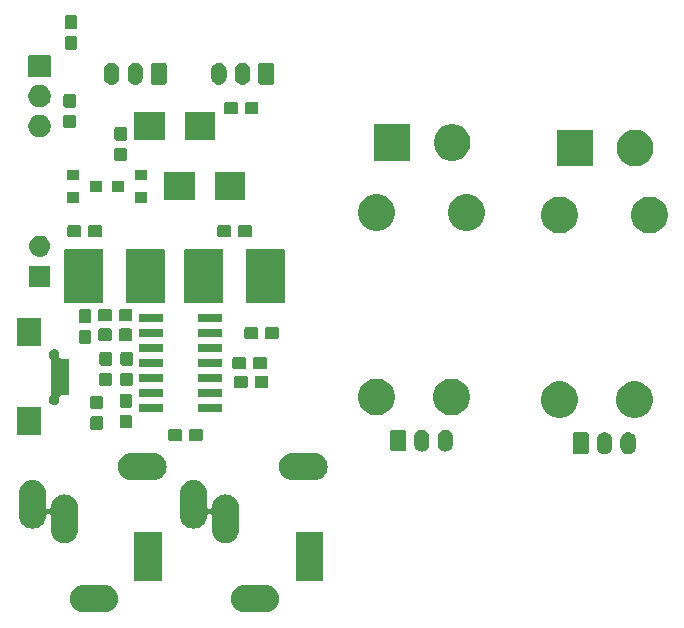
<source format=gts>
G04 #@! TF.GenerationSoftware,KiCad,Pcbnew,(5.1.2)-1*
G04 #@! TF.CreationDate,2019-05-27T08:40:29+02:00*
G04 #@! TF.ProjectId,fireSound,66697265-536f-4756-9e64-2e6b69636164,rev?*
G04 #@! TF.SameCoordinates,Original*
G04 #@! TF.FileFunction,Soldermask,Top*
G04 #@! TF.FilePolarity,Negative*
%FSLAX46Y46*%
G04 Gerber Fmt 4.6, Leading zero omitted, Abs format (unit mm)*
G04 Created by KiCad (PCBNEW (5.1.2)-1) date 2019-05-27 08:40:29*
%MOMM*%
%LPD*%
G04 APERTURE LIST*
%ADD10C,0.100000*%
G04 APERTURE END LIST*
D10*
G36*
X44760235Y-195094454D02*
G01*
X44977200Y-195160270D01*
X45177155Y-195267148D01*
X45352418Y-195410982D01*
X45496252Y-195586245D01*
X45603130Y-195786200D01*
X45668946Y-196003165D01*
X45691169Y-196228800D01*
X45668946Y-196454435D01*
X45603130Y-196671400D01*
X45496252Y-196871355D01*
X45352418Y-197046618D01*
X45177155Y-197190452D01*
X44977200Y-197297330D01*
X44760235Y-197363146D01*
X44591143Y-197379800D01*
X42678057Y-197379800D01*
X42508965Y-197363146D01*
X42292000Y-197297330D01*
X42092045Y-197190452D01*
X41916782Y-197046618D01*
X41772948Y-196871355D01*
X41666070Y-196671400D01*
X41600254Y-196454435D01*
X41578031Y-196228800D01*
X41600254Y-196003165D01*
X41666070Y-195786200D01*
X41772948Y-195586245D01*
X41916782Y-195410982D01*
X42092045Y-195267148D01*
X42292000Y-195160270D01*
X42508965Y-195094454D01*
X42678057Y-195077800D01*
X44591143Y-195077800D01*
X44760235Y-195094454D01*
X44760235Y-195094454D01*
G37*
G36*
X31120435Y-195094454D02*
G01*
X31337400Y-195160270D01*
X31537355Y-195267148D01*
X31712618Y-195410982D01*
X31856452Y-195586245D01*
X31963330Y-195786200D01*
X32029146Y-196003165D01*
X32051369Y-196228800D01*
X32029146Y-196454435D01*
X31963330Y-196671400D01*
X31856452Y-196871355D01*
X31712618Y-197046618D01*
X31537355Y-197190452D01*
X31337400Y-197297330D01*
X31120435Y-197363146D01*
X30951343Y-197379800D01*
X29038257Y-197379800D01*
X28869165Y-197363146D01*
X28652200Y-197297330D01*
X28452245Y-197190452D01*
X28276982Y-197046618D01*
X28133148Y-196871355D01*
X28026270Y-196671400D01*
X27960454Y-196454435D01*
X27938231Y-196228800D01*
X27960454Y-196003165D01*
X28026270Y-195786200D01*
X28133148Y-195586245D01*
X28276982Y-195410982D01*
X28452245Y-195267148D01*
X28652200Y-195160270D01*
X28869165Y-195094454D01*
X29038257Y-195077800D01*
X30951343Y-195077800D01*
X31120435Y-195094454D01*
X31120435Y-195094454D01*
G37*
G36*
X35735800Y-194679800D02*
G01*
X33433800Y-194679800D01*
X33433800Y-190577800D01*
X35735800Y-190577800D01*
X35735800Y-194679800D01*
X35735800Y-194679800D01*
G37*
G36*
X49375600Y-194679800D02*
G01*
X47073600Y-194679800D01*
X47073600Y-190577800D01*
X49375600Y-190577800D01*
X49375600Y-194679800D01*
X49375600Y-194679800D01*
G37*
G36*
X38660234Y-186194454D02*
G01*
X38877199Y-186260270D01*
X39077154Y-186367148D01*
X39252418Y-186510982D01*
X39396252Y-186686245D01*
X39503130Y-186886200D01*
X39568946Y-187103165D01*
X39585600Y-187272257D01*
X39585600Y-188442155D01*
X39589443Y-188481173D01*
X39600824Y-188518691D01*
X39619306Y-188553268D01*
X39644178Y-188583576D01*
X39674486Y-188608448D01*
X39709063Y-188626930D01*
X39746581Y-188638311D01*
X39785599Y-188642154D01*
X39824617Y-188638311D01*
X39862135Y-188626930D01*
X39896712Y-188608448D01*
X39927020Y-188583576D01*
X39951892Y-188553268D01*
X39970374Y-188518691D01*
X39984633Y-188461765D01*
X40000254Y-188303166D01*
X40066070Y-188086201D01*
X40172948Y-187886246D01*
X40316782Y-187710982D01*
X40492045Y-187567148D01*
X40692000Y-187460270D01*
X40908965Y-187394454D01*
X41134600Y-187372231D01*
X41360234Y-187394454D01*
X41577199Y-187460270D01*
X41777154Y-187567148D01*
X41952418Y-187710982D01*
X42096252Y-187886245D01*
X42203130Y-188086200D01*
X42268946Y-188303165D01*
X42285600Y-188472257D01*
X42285600Y-190385343D01*
X42268946Y-190554435D01*
X42203130Y-190771400D01*
X42096252Y-190971355D01*
X41952418Y-191146618D01*
X41777155Y-191290452D01*
X41577200Y-191397330D01*
X41360235Y-191463146D01*
X41134600Y-191485369D01*
X40908966Y-191463146D01*
X40692001Y-191397330D01*
X40492046Y-191290452D01*
X40316783Y-191146618D01*
X40172949Y-190971355D01*
X40066071Y-190771400D01*
X40000255Y-190554435D01*
X39983600Y-190385343D01*
X39983600Y-189215446D01*
X39979757Y-189176428D01*
X39968376Y-189138910D01*
X39949894Y-189104333D01*
X39925022Y-189074025D01*
X39894714Y-189049153D01*
X39860137Y-189030671D01*
X39822619Y-189019290D01*
X39783601Y-189015447D01*
X39744583Y-189019290D01*
X39707065Y-189030671D01*
X39672488Y-189049153D01*
X39642180Y-189074025D01*
X39617308Y-189104333D01*
X39598826Y-189138910D01*
X39584567Y-189195836D01*
X39568946Y-189354435D01*
X39503130Y-189571400D01*
X39396252Y-189771355D01*
X39252418Y-189946618D01*
X39077155Y-190090452D01*
X38877200Y-190197330D01*
X38660235Y-190263146D01*
X38434600Y-190285369D01*
X38208966Y-190263146D01*
X37992001Y-190197330D01*
X37792046Y-190090452D01*
X37616783Y-189946618D01*
X37472949Y-189771355D01*
X37366071Y-189571400D01*
X37300255Y-189354435D01*
X37283600Y-189185343D01*
X37283600Y-187272258D01*
X37300254Y-187103166D01*
X37366070Y-186886201D01*
X37472948Y-186686246D01*
X37616782Y-186510982D01*
X37792045Y-186367148D01*
X37992000Y-186260270D01*
X38208965Y-186194454D01*
X38434600Y-186172231D01*
X38660234Y-186194454D01*
X38660234Y-186194454D01*
G37*
G36*
X25020434Y-186194454D02*
G01*
X25237399Y-186260270D01*
X25437354Y-186367148D01*
X25612618Y-186510982D01*
X25756452Y-186686245D01*
X25863330Y-186886200D01*
X25929146Y-187103165D01*
X25945800Y-187272257D01*
X25945800Y-188442155D01*
X25949643Y-188481173D01*
X25961024Y-188518691D01*
X25979506Y-188553268D01*
X26004378Y-188583576D01*
X26034686Y-188608448D01*
X26069263Y-188626930D01*
X26106781Y-188638311D01*
X26145799Y-188642154D01*
X26184817Y-188638311D01*
X26222335Y-188626930D01*
X26256912Y-188608448D01*
X26287220Y-188583576D01*
X26312092Y-188553268D01*
X26330574Y-188518691D01*
X26344833Y-188461765D01*
X26360454Y-188303166D01*
X26426270Y-188086201D01*
X26533148Y-187886246D01*
X26676982Y-187710982D01*
X26852245Y-187567148D01*
X27052200Y-187460270D01*
X27269165Y-187394454D01*
X27494800Y-187372231D01*
X27720434Y-187394454D01*
X27937399Y-187460270D01*
X28137354Y-187567148D01*
X28312618Y-187710982D01*
X28456452Y-187886245D01*
X28563330Y-188086200D01*
X28629146Y-188303165D01*
X28645800Y-188472257D01*
X28645800Y-190385343D01*
X28629146Y-190554435D01*
X28563330Y-190771400D01*
X28456452Y-190971355D01*
X28312618Y-191146618D01*
X28137355Y-191290452D01*
X27937400Y-191397330D01*
X27720435Y-191463146D01*
X27494800Y-191485369D01*
X27269166Y-191463146D01*
X27052201Y-191397330D01*
X26852246Y-191290452D01*
X26676983Y-191146618D01*
X26533149Y-190971355D01*
X26426271Y-190771400D01*
X26360455Y-190554435D01*
X26343800Y-190385343D01*
X26343800Y-189215446D01*
X26339957Y-189176428D01*
X26328576Y-189138910D01*
X26310094Y-189104333D01*
X26285222Y-189074025D01*
X26254914Y-189049153D01*
X26220337Y-189030671D01*
X26182819Y-189019290D01*
X26143801Y-189015447D01*
X26104783Y-189019290D01*
X26067265Y-189030671D01*
X26032688Y-189049153D01*
X26002380Y-189074025D01*
X25977508Y-189104333D01*
X25959026Y-189138910D01*
X25944767Y-189195836D01*
X25929146Y-189354435D01*
X25863330Y-189571400D01*
X25756452Y-189771355D01*
X25612618Y-189946618D01*
X25437355Y-190090452D01*
X25237400Y-190197330D01*
X25020435Y-190263146D01*
X24794800Y-190285369D01*
X24569166Y-190263146D01*
X24352201Y-190197330D01*
X24152246Y-190090452D01*
X23976983Y-189946618D01*
X23833149Y-189771355D01*
X23726271Y-189571400D01*
X23660455Y-189354435D01*
X23643800Y-189185343D01*
X23643800Y-187272258D01*
X23660454Y-187103166D01*
X23726270Y-186886201D01*
X23833148Y-186686246D01*
X23976982Y-186510982D01*
X24152245Y-186367148D01*
X24352200Y-186260270D01*
X24569165Y-186194454D01*
X24794800Y-186172231D01*
X25020434Y-186194454D01*
X25020434Y-186194454D01*
G37*
G36*
X48860235Y-183894454D02*
G01*
X49077200Y-183960270D01*
X49277155Y-184067148D01*
X49452418Y-184210982D01*
X49596252Y-184386245D01*
X49703130Y-184586200D01*
X49768946Y-184803165D01*
X49791169Y-185028800D01*
X49768946Y-185254435D01*
X49703130Y-185471400D01*
X49596252Y-185671355D01*
X49452418Y-185846618D01*
X49277155Y-185990452D01*
X49077200Y-186097330D01*
X48860235Y-186163146D01*
X48691143Y-186179800D01*
X46778057Y-186179800D01*
X46608965Y-186163146D01*
X46392000Y-186097330D01*
X46192045Y-185990452D01*
X46016782Y-185846618D01*
X45872948Y-185671355D01*
X45766070Y-185471400D01*
X45700254Y-185254435D01*
X45678031Y-185028800D01*
X45700254Y-184803165D01*
X45766070Y-184586200D01*
X45872948Y-184386245D01*
X46016782Y-184210982D01*
X46192045Y-184067148D01*
X46392000Y-183960270D01*
X46608965Y-183894454D01*
X46778057Y-183877800D01*
X48691143Y-183877800D01*
X48860235Y-183894454D01*
X48860235Y-183894454D01*
G37*
G36*
X35220435Y-183894454D02*
G01*
X35437400Y-183960270D01*
X35637355Y-184067148D01*
X35812618Y-184210982D01*
X35956452Y-184386245D01*
X36063330Y-184586200D01*
X36129146Y-184803165D01*
X36151369Y-185028800D01*
X36129146Y-185254435D01*
X36063330Y-185471400D01*
X35956452Y-185671355D01*
X35812618Y-185846618D01*
X35637355Y-185990452D01*
X35437400Y-186097330D01*
X35220435Y-186163146D01*
X35051343Y-186179800D01*
X33138257Y-186179800D01*
X32969165Y-186163146D01*
X32752200Y-186097330D01*
X32552245Y-185990452D01*
X32376982Y-185846618D01*
X32233148Y-185671355D01*
X32126270Y-185471400D01*
X32060454Y-185254435D01*
X32038231Y-185028800D01*
X32060454Y-184803165D01*
X32126270Y-184586200D01*
X32233148Y-184386245D01*
X32376982Y-184210982D01*
X32552245Y-184067148D01*
X32752200Y-183960270D01*
X32969165Y-183894454D01*
X33138257Y-183877800D01*
X35051343Y-183877800D01*
X35220435Y-183894454D01*
X35220435Y-183894454D01*
G37*
G36*
X73352618Y-182133420D02*
G01*
X73475333Y-182170645D01*
X73588425Y-182231095D01*
X73687554Y-182312447D01*
X73768906Y-182411574D01*
X73829355Y-182524666D01*
X73866580Y-182647381D01*
X73876000Y-182743027D01*
X73876000Y-183356973D01*
X73866580Y-183452619D01*
X73829355Y-183575334D01*
X73768906Y-183688426D01*
X73687553Y-183787553D01*
X73588426Y-183868906D01*
X73475334Y-183929355D01*
X73352619Y-183966580D01*
X73225000Y-183979149D01*
X73097382Y-183966580D01*
X72974667Y-183929355D01*
X72861575Y-183868906D01*
X72762448Y-183787553D01*
X72681095Y-183688426D01*
X72620645Y-183575332D01*
X72586699Y-183463427D01*
X72583420Y-183452619D01*
X72574000Y-183356973D01*
X72574000Y-182743028D01*
X72583420Y-182647382D01*
X72620645Y-182524667D01*
X72681095Y-182411575D01*
X72762447Y-182312446D01*
X72861574Y-182231094D01*
X72974666Y-182170645D01*
X73097381Y-182133420D01*
X73225000Y-182120851D01*
X73352618Y-182133420D01*
X73352618Y-182133420D01*
G37*
G36*
X75352618Y-182133420D02*
G01*
X75475333Y-182170645D01*
X75588425Y-182231095D01*
X75687554Y-182312447D01*
X75768906Y-182411574D01*
X75829355Y-182524666D01*
X75866580Y-182647381D01*
X75876000Y-182743027D01*
X75876000Y-183356973D01*
X75866580Y-183452619D01*
X75829355Y-183575334D01*
X75768906Y-183688426D01*
X75687553Y-183787553D01*
X75588426Y-183868906D01*
X75475334Y-183929355D01*
X75352619Y-183966580D01*
X75225000Y-183979149D01*
X75097382Y-183966580D01*
X74974667Y-183929355D01*
X74861575Y-183868906D01*
X74762448Y-183787553D01*
X74681095Y-183688426D01*
X74620645Y-183575332D01*
X74586699Y-183463427D01*
X74583420Y-183452619D01*
X74574000Y-183356973D01*
X74574000Y-182743028D01*
X74583420Y-182647382D01*
X74620645Y-182524667D01*
X74681095Y-182411575D01*
X74762447Y-182312446D01*
X74861574Y-182231094D01*
X74974666Y-182170645D01*
X75097381Y-182133420D01*
X75225000Y-182120851D01*
X75352618Y-182133420D01*
X75352618Y-182133420D01*
G37*
G36*
X71751386Y-182127919D02*
G01*
X71780202Y-182136660D01*
X71806759Y-182150856D01*
X71830039Y-182169961D01*
X71849144Y-182193241D01*
X71863340Y-182219798D01*
X71872081Y-182248614D01*
X71876000Y-182288408D01*
X71876000Y-183811592D01*
X71872081Y-183851386D01*
X71863340Y-183880202D01*
X71849144Y-183906759D01*
X71830039Y-183930039D01*
X71806759Y-183949144D01*
X71780202Y-183963340D01*
X71751386Y-183972081D01*
X71711592Y-183976000D01*
X70738408Y-183976000D01*
X70698614Y-183972081D01*
X70669798Y-183963340D01*
X70643241Y-183949144D01*
X70619961Y-183930039D01*
X70600856Y-183906759D01*
X70586660Y-183880202D01*
X70577919Y-183851386D01*
X70574000Y-183811592D01*
X70574000Y-182288408D01*
X70577919Y-182248614D01*
X70586660Y-182219798D01*
X70600856Y-182193241D01*
X70619961Y-182169961D01*
X70643241Y-182150856D01*
X70669798Y-182136660D01*
X70698614Y-182127919D01*
X70738408Y-182124000D01*
X71711592Y-182124000D01*
X71751386Y-182127919D01*
X71751386Y-182127919D01*
G37*
G36*
X57877618Y-181908420D02*
G01*
X58000333Y-181945645D01*
X58113425Y-182006095D01*
X58212554Y-182087447D01*
X58293906Y-182186574D01*
X58354355Y-182299666D01*
X58391580Y-182422381D01*
X58401000Y-182518027D01*
X58401000Y-183131973D01*
X58391580Y-183227619D01*
X58354355Y-183350334D01*
X58293906Y-183463426D01*
X58212553Y-183562553D01*
X58113426Y-183643906D01*
X58000334Y-183704355D01*
X57877619Y-183741580D01*
X57750000Y-183754149D01*
X57622382Y-183741580D01*
X57499667Y-183704355D01*
X57386575Y-183643906D01*
X57287448Y-183562553D01*
X57206095Y-183463426D01*
X57145645Y-183350332D01*
X57108420Y-183227618D01*
X57099000Y-183131973D01*
X57099000Y-182518028D01*
X57108420Y-182422383D01*
X57108420Y-182422382D01*
X57145645Y-182299667D01*
X57206095Y-182186575D01*
X57287447Y-182087446D01*
X57386574Y-182006094D01*
X57499666Y-181945645D01*
X57622381Y-181908420D01*
X57750000Y-181895851D01*
X57877618Y-181908420D01*
X57877618Y-181908420D01*
G37*
G36*
X59877618Y-181908420D02*
G01*
X60000333Y-181945645D01*
X60113425Y-182006095D01*
X60212554Y-182087447D01*
X60293906Y-182186574D01*
X60354355Y-182299666D01*
X60391580Y-182422381D01*
X60401000Y-182518027D01*
X60401000Y-183131973D01*
X60391580Y-183227619D01*
X60354355Y-183350334D01*
X60293906Y-183463426D01*
X60212553Y-183562553D01*
X60113426Y-183643906D01*
X60000334Y-183704355D01*
X59877619Y-183741580D01*
X59750000Y-183754149D01*
X59622382Y-183741580D01*
X59499667Y-183704355D01*
X59386575Y-183643906D01*
X59287448Y-183562553D01*
X59206095Y-183463426D01*
X59145645Y-183350332D01*
X59108420Y-183227618D01*
X59099000Y-183131973D01*
X59099000Y-182518028D01*
X59108420Y-182422383D01*
X59108420Y-182422382D01*
X59145645Y-182299667D01*
X59206095Y-182186575D01*
X59287447Y-182087446D01*
X59386574Y-182006094D01*
X59499666Y-181945645D01*
X59622381Y-181908420D01*
X59750000Y-181895851D01*
X59877618Y-181908420D01*
X59877618Y-181908420D01*
G37*
G36*
X56276386Y-181902919D02*
G01*
X56305202Y-181911660D01*
X56331759Y-181925856D01*
X56355039Y-181944961D01*
X56374144Y-181968241D01*
X56388340Y-181994798D01*
X56397081Y-182023614D01*
X56401000Y-182063408D01*
X56401000Y-183586592D01*
X56397081Y-183626386D01*
X56388340Y-183655202D01*
X56374144Y-183681759D01*
X56355039Y-183705039D01*
X56331759Y-183724144D01*
X56305202Y-183738340D01*
X56276386Y-183747081D01*
X56236592Y-183751000D01*
X55263408Y-183751000D01*
X55223614Y-183747081D01*
X55194798Y-183738340D01*
X55168241Y-183724144D01*
X55144961Y-183705039D01*
X55125856Y-183681759D01*
X55111660Y-183655202D01*
X55102919Y-183626386D01*
X55099000Y-183586592D01*
X55099000Y-182063408D01*
X55102919Y-182023614D01*
X55111660Y-181994798D01*
X55125856Y-181968241D01*
X55144961Y-181944961D01*
X55168241Y-181925856D01*
X55194798Y-181911660D01*
X55223614Y-181902919D01*
X55263408Y-181899000D01*
X56236592Y-181899000D01*
X56276386Y-181902919D01*
X56276386Y-181902919D01*
G37*
G36*
X39069611Y-181828081D02*
G01*
X39100007Y-181837302D01*
X39128022Y-181852276D01*
X39152574Y-181872426D01*
X39172724Y-181896978D01*
X39187698Y-181924993D01*
X39196919Y-181955389D01*
X39201000Y-181996826D01*
X39201000Y-182703174D01*
X39196919Y-182744611D01*
X39187698Y-182775007D01*
X39172724Y-182803022D01*
X39152574Y-182827574D01*
X39128022Y-182847724D01*
X39100007Y-182862698D01*
X39069611Y-182871919D01*
X39028174Y-182876000D01*
X38221826Y-182876000D01*
X38180389Y-182871919D01*
X38149993Y-182862698D01*
X38121978Y-182847724D01*
X38097426Y-182827574D01*
X38077276Y-182803022D01*
X38062302Y-182775007D01*
X38053081Y-182744611D01*
X38049000Y-182703174D01*
X38049000Y-181996826D01*
X38053081Y-181955389D01*
X38062302Y-181924993D01*
X38077276Y-181896978D01*
X38097426Y-181872426D01*
X38121978Y-181852276D01*
X38149993Y-181837302D01*
X38180389Y-181828081D01*
X38221826Y-181824000D01*
X39028174Y-181824000D01*
X39069611Y-181828081D01*
X39069611Y-181828081D01*
G37*
G36*
X37319611Y-181828081D02*
G01*
X37350007Y-181837302D01*
X37378022Y-181852276D01*
X37402574Y-181872426D01*
X37422724Y-181896978D01*
X37437698Y-181924993D01*
X37446919Y-181955389D01*
X37451000Y-181996826D01*
X37451000Y-182703174D01*
X37446919Y-182744611D01*
X37437698Y-182775007D01*
X37422724Y-182803022D01*
X37402574Y-182827574D01*
X37378022Y-182847724D01*
X37350007Y-182862698D01*
X37319611Y-182871919D01*
X37278174Y-182876000D01*
X36471826Y-182876000D01*
X36430389Y-182871919D01*
X36399993Y-182862698D01*
X36371978Y-182847724D01*
X36347426Y-182827574D01*
X36327276Y-182803022D01*
X36312302Y-182775007D01*
X36303081Y-182744611D01*
X36299000Y-182703174D01*
X36299000Y-181996826D01*
X36303081Y-181955389D01*
X36312302Y-181924993D01*
X36327276Y-181896978D01*
X36347426Y-181872426D01*
X36371978Y-181852276D01*
X36399993Y-181837302D01*
X36430389Y-181828081D01*
X36471826Y-181824000D01*
X37278174Y-181824000D01*
X37319611Y-181828081D01*
X37319611Y-181828081D01*
G37*
G36*
X25480400Y-182345400D02*
G01*
X23478400Y-182345400D01*
X23478400Y-179943400D01*
X25480400Y-179943400D01*
X25480400Y-182345400D01*
X25480400Y-182345400D01*
G37*
G36*
X30620611Y-180770081D02*
G01*
X30651007Y-180779302D01*
X30679022Y-180794276D01*
X30703574Y-180814426D01*
X30723724Y-180838978D01*
X30738698Y-180866993D01*
X30747919Y-180897389D01*
X30752000Y-180938826D01*
X30752000Y-181745174D01*
X30747919Y-181786611D01*
X30738698Y-181817007D01*
X30723724Y-181845022D01*
X30703574Y-181869574D01*
X30679022Y-181889724D01*
X30651007Y-181904698D01*
X30620611Y-181913919D01*
X30579174Y-181918000D01*
X29872826Y-181918000D01*
X29831389Y-181913919D01*
X29800993Y-181904698D01*
X29772978Y-181889724D01*
X29748426Y-181869574D01*
X29728276Y-181845022D01*
X29713302Y-181817007D01*
X29704081Y-181786611D01*
X29700000Y-181745174D01*
X29700000Y-180938826D01*
X29704081Y-180897389D01*
X29713302Y-180866993D01*
X29728276Y-180838978D01*
X29748426Y-180814426D01*
X29772978Y-180794276D01*
X29800993Y-180779302D01*
X29831389Y-180770081D01*
X29872826Y-180766000D01*
X30579174Y-180766000D01*
X30620611Y-180770081D01*
X30620611Y-180770081D01*
G37*
G36*
X33097111Y-180643081D02*
G01*
X33127507Y-180652302D01*
X33155522Y-180667276D01*
X33180074Y-180687426D01*
X33200224Y-180711978D01*
X33215198Y-180739993D01*
X33224419Y-180770389D01*
X33228500Y-180811826D01*
X33228500Y-181618174D01*
X33224419Y-181659611D01*
X33215198Y-181690007D01*
X33200224Y-181718022D01*
X33180074Y-181742574D01*
X33155522Y-181762724D01*
X33127507Y-181777698D01*
X33097111Y-181786919D01*
X33055674Y-181791000D01*
X32349326Y-181791000D01*
X32307889Y-181786919D01*
X32277493Y-181777698D01*
X32249478Y-181762724D01*
X32224926Y-181742574D01*
X32204776Y-181718022D01*
X32189802Y-181690007D01*
X32180581Y-181659611D01*
X32176500Y-181618174D01*
X32176500Y-180811826D01*
X32180581Y-180770389D01*
X32189802Y-180739993D01*
X32204776Y-180711978D01*
X32224926Y-180687426D01*
X32249478Y-180667276D01*
X32277493Y-180652302D01*
X32307889Y-180643081D01*
X32349326Y-180639000D01*
X33055674Y-180639000D01*
X33097111Y-180643081D01*
X33097111Y-180643081D01*
G37*
G36*
X76217410Y-177878604D02*
G01*
X76499674Y-177995521D01*
X76753705Y-178165259D01*
X76969741Y-178381295D01*
X77139479Y-178635326D01*
X77256396Y-178917590D01*
X77316000Y-179217240D01*
X77316000Y-179522760D01*
X77256396Y-179822410D01*
X77139479Y-180104674D01*
X76969741Y-180358705D01*
X76753705Y-180574741D01*
X76499674Y-180744479D01*
X76217410Y-180861396D01*
X75917760Y-180921000D01*
X75612240Y-180921000D01*
X75312590Y-180861396D01*
X75030326Y-180744479D01*
X74776295Y-180574741D01*
X74560259Y-180358705D01*
X74390521Y-180104674D01*
X74273604Y-179822410D01*
X74214000Y-179522760D01*
X74214000Y-179217240D01*
X74273604Y-178917590D01*
X74390521Y-178635326D01*
X74560259Y-178381295D01*
X74776295Y-178165259D01*
X75030326Y-177995521D01*
X75312590Y-177878604D01*
X75612240Y-177819000D01*
X75917760Y-177819000D01*
X76217410Y-177878604D01*
X76217410Y-177878604D01*
G37*
G36*
X69867410Y-177878604D02*
G01*
X70149674Y-177995521D01*
X70403705Y-178165259D01*
X70619741Y-178381295D01*
X70789479Y-178635326D01*
X70906396Y-178917590D01*
X70966000Y-179217240D01*
X70966000Y-179522760D01*
X70906396Y-179822410D01*
X70789479Y-180104674D01*
X70619741Y-180358705D01*
X70403705Y-180574741D01*
X70149674Y-180744479D01*
X69867410Y-180861396D01*
X69567760Y-180921000D01*
X69262240Y-180921000D01*
X68962590Y-180861396D01*
X68680326Y-180744479D01*
X68426295Y-180574741D01*
X68210259Y-180358705D01*
X68040521Y-180104674D01*
X67923604Y-179822410D01*
X67864000Y-179522760D01*
X67864000Y-179217240D01*
X67923604Y-178917590D01*
X68040521Y-178635326D01*
X68210259Y-178381295D01*
X68426295Y-178165259D01*
X68680326Y-177995521D01*
X68962590Y-177878604D01*
X69262240Y-177819000D01*
X69567760Y-177819000D01*
X69867410Y-177878604D01*
X69867410Y-177878604D01*
G37*
G36*
X60742410Y-177653604D02*
G01*
X61024674Y-177770521D01*
X61278705Y-177940259D01*
X61494741Y-178156295D01*
X61664479Y-178410326D01*
X61781396Y-178692590D01*
X61841000Y-178992240D01*
X61841000Y-179297760D01*
X61781396Y-179597410D01*
X61664479Y-179879674D01*
X61494741Y-180133705D01*
X61278705Y-180349741D01*
X61024674Y-180519479D01*
X60742410Y-180636396D01*
X60442760Y-180696000D01*
X60137240Y-180696000D01*
X59837590Y-180636396D01*
X59555326Y-180519479D01*
X59301295Y-180349741D01*
X59085259Y-180133705D01*
X58915521Y-179879674D01*
X58798604Y-179597410D01*
X58739000Y-179297760D01*
X58739000Y-178992240D01*
X58798604Y-178692590D01*
X58915521Y-178410326D01*
X59085259Y-178156295D01*
X59301295Y-177940259D01*
X59555326Y-177770521D01*
X59837590Y-177653604D01*
X60137240Y-177594000D01*
X60442760Y-177594000D01*
X60742410Y-177653604D01*
X60742410Y-177653604D01*
G37*
G36*
X54392410Y-177653604D02*
G01*
X54674674Y-177770521D01*
X54928705Y-177940259D01*
X55144741Y-178156295D01*
X55314479Y-178410326D01*
X55431396Y-178692590D01*
X55491000Y-178992240D01*
X55491000Y-179297760D01*
X55431396Y-179597410D01*
X55314479Y-179879674D01*
X55144741Y-180133705D01*
X54928705Y-180349741D01*
X54674674Y-180519479D01*
X54392410Y-180636396D01*
X54092760Y-180696000D01*
X53787240Y-180696000D01*
X53487590Y-180636396D01*
X53205326Y-180519479D01*
X52951295Y-180349741D01*
X52735259Y-180133705D01*
X52565521Y-179879674D01*
X52448604Y-179597410D01*
X52389000Y-179297760D01*
X52389000Y-178992240D01*
X52448604Y-178692590D01*
X52565521Y-178410326D01*
X52735259Y-178156295D01*
X52951295Y-177940259D01*
X53205326Y-177770521D01*
X53487590Y-177653604D01*
X53787240Y-177594000D01*
X54092760Y-177594000D01*
X54392410Y-177653604D01*
X54392410Y-177653604D01*
G37*
G36*
X40778040Y-179737400D02*
G01*
X40792024Y-179741642D01*
X40804906Y-179748528D01*
X40816202Y-179757798D01*
X40825472Y-179769094D01*
X40832358Y-179781976D01*
X40836600Y-179795960D01*
X40839000Y-179820328D01*
X40839000Y-180351672D01*
X40836600Y-180376040D01*
X40832358Y-180390024D01*
X40825472Y-180402906D01*
X40816202Y-180414202D01*
X40804906Y-180423472D01*
X40792024Y-180430358D01*
X40778040Y-180434600D01*
X40753672Y-180437000D01*
X38872328Y-180437000D01*
X38847960Y-180434600D01*
X38833976Y-180430358D01*
X38821094Y-180423472D01*
X38809798Y-180414202D01*
X38800528Y-180402906D01*
X38793642Y-180390024D01*
X38789400Y-180376040D01*
X38787000Y-180351672D01*
X38787000Y-179820328D01*
X38789400Y-179795960D01*
X38793642Y-179781976D01*
X38800528Y-179769094D01*
X38809798Y-179757798D01*
X38821094Y-179748528D01*
X38833976Y-179741642D01*
X38847960Y-179737400D01*
X38872328Y-179735000D01*
X40753672Y-179735000D01*
X40778040Y-179737400D01*
X40778040Y-179737400D01*
G37*
G36*
X35828040Y-179737400D02*
G01*
X35842024Y-179741642D01*
X35854906Y-179748528D01*
X35866202Y-179757798D01*
X35875472Y-179769094D01*
X35882358Y-179781976D01*
X35886600Y-179795960D01*
X35889000Y-179820328D01*
X35889000Y-180351672D01*
X35886600Y-180376040D01*
X35882358Y-180390024D01*
X35875472Y-180402906D01*
X35866202Y-180414202D01*
X35854906Y-180423472D01*
X35842024Y-180430358D01*
X35828040Y-180434600D01*
X35803672Y-180437000D01*
X33922328Y-180437000D01*
X33897960Y-180434600D01*
X33883976Y-180430358D01*
X33871094Y-180423472D01*
X33859798Y-180414202D01*
X33850528Y-180402906D01*
X33843642Y-180390024D01*
X33839400Y-180376040D01*
X33837000Y-180351672D01*
X33837000Y-179820328D01*
X33839400Y-179795960D01*
X33843642Y-179781976D01*
X33850528Y-179769094D01*
X33859798Y-179757798D01*
X33871094Y-179748528D01*
X33883976Y-179741642D01*
X33897960Y-179737400D01*
X33922328Y-179735000D01*
X35803672Y-179735000D01*
X35828040Y-179737400D01*
X35828040Y-179737400D01*
G37*
G36*
X30620611Y-179020081D02*
G01*
X30651007Y-179029302D01*
X30679022Y-179044276D01*
X30703574Y-179064426D01*
X30723724Y-179088978D01*
X30738698Y-179116993D01*
X30747919Y-179147389D01*
X30752000Y-179188826D01*
X30752000Y-179995174D01*
X30747919Y-180036611D01*
X30738698Y-180067007D01*
X30723724Y-180095022D01*
X30703574Y-180119574D01*
X30679022Y-180139724D01*
X30651007Y-180154698D01*
X30620611Y-180163919D01*
X30579174Y-180168000D01*
X29872826Y-180168000D01*
X29831389Y-180163919D01*
X29800993Y-180154698D01*
X29772978Y-180139724D01*
X29748426Y-180119574D01*
X29728276Y-180095022D01*
X29713302Y-180067007D01*
X29704081Y-180036611D01*
X29700000Y-179995174D01*
X29700000Y-179188826D01*
X29704081Y-179147389D01*
X29713302Y-179116993D01*
X29728276Y-179088978D01*
X29748426Y-179064426D01*
X29772978Y-179044276D01*
X29800993Y-179029302D01*
X29831389Y-179020081D01*
X29872826Y-179016000D01*
X30579174Y-179016000D01*
X30620611Y-179020081D01*
X30620611Y-179020081D01*
G37*
G36*
X33097111Y-178893081D02*
G01*
X33127507Y-178902302D01*
X33155522Y-178917276D01*
X33180074Y-178937426D01*
X33200224Y-178961978D01*
X33215198Y-178989993D01*
X33224419Y-179020389D01*
X33228500Y-179061826D01*
X33228500Y-179868174D01*
X33224419Y-179909611D01*
X33215198Y-179940007D01*
X33200224Y-179968022D01*
X33180074Y-179992574D01*
X33155522Y-180012724D01*
X33127507Y-180027698D01*
X33097111Y-180036919D01*
X33055674Y-180041000D01*
X32349326Y-180041000D01*
X32307889Y-180036919D01*
X32277493Y-180027698D01*
X32249478Y-180012724D01*
X32224926Y-179992574D01*
X32204776Y-179968022D01*
X32189802Y-179940007D01*
X32180581Y-179909611D01*
X32176500Y-179868174D01*
X32176500Y-179061826D01*
X32180581Y-179020389D01*
X32189802Y-178989993D01*
X32204776Y-178961978D01*
X32224926Y-178937426D01*
X32249478Y-178917276D01*
X32277493Y-178902302D01*
X32307889Y-178893081D01*
X32349326Y-178889000D01*
X33055674Y-178889000D01*
X33097111Y-178893081D01*
X33097111Y-178893081D01*
G37*
G36*
X26760951Y-175110731D02*
G01*
X26843027Y-175144728D01*
X26843029Y-175144729D01*
X26916896Y-175194086D01*
X26979714Y-175256904D01*
X27023816Y-175322906D01*
X27029072Y-175330773D01*
X27063069Y-175412849D01*
X27080400Y-175499979D01*
X27080400Y-175588821D01*
X27067359Y-175654384D01*
X27063516Y-175693402D01*
X27067359Y-175732419D01*
X27078740Y-175769938D01*
X27097222Y-175804515D01*
X27122095Y-175834822D01*
X27152402Y-175859694D01*
X27186979Y-175878176D01*
X27224498Y-175889557D01*
X27263515Y-175893400D01*
X27880400Y-175893400D01*
X27880400Y-178995400D01*
X27263515Y-178995400D01*
X27224497Y-178999243D01*
X27186979Y-179010624D01*
X27152402Y-179029106D01*
X27122094Y-179053978D01*
X27097222Y-179084286D01*
X27078740Y-179118863D01*
X27067359Y-179156381D01*
X27063516Y-179195399D01*
X27067359Y-179234416D01*
X27080400Y-179299979D01*
X27080400Y-179388821D01*
X27063069Y-179475951D01*
X27043680Y-179522760D01*
X27029071Y-179558029D01*
X26979714Y-179631896D01*
X26916896Y-179694714D01*
X26843029Y-179744071D01*
X26843028Y-179744072D01*
X26843027Y-179744072D01*
X26760951Y-179778069D01*
X26673821Y-179795400D01*
X26584979Y-179795400D01*
X26497849Y-179778069D01*
X26415773Y-179744072D01*
X26415772Y-179744072D01*
X26415771Y-179744071D01*
X26341904Y-179694714D01*
X26279086Y-179631896D01*
X26229729Y-179558029D01*
X26215120Y-179522760D01*
X26195731Y-179475951D01*
X26178400Y-179388821D01*
X26178400Y-179299979D01*
X26195731Y-179212849D01*
X26229728Y-179130773D01*
X26279085Y-179056905D01*
X26319822Y-179016168D01*
X26344694Y-178985860D01*
X26363176Y-178951283D01*
X26374557Y-178913765D01*
X26378400Y-178874747D01*
X26378400Y-176014053D01*
X26374557Y-175975035D01*
X26363176Y-175937517D01*
X26344694Y-175902940D01*
X26319822Y-175872632D01*
X26279085Y-175831895D01*
X26237741Y-175770020D01*
X26229729Y-175758029D01*
X26219121Y-175732419D01*
X26195731Y-175675951D01*
X26178400Y-175588821D01*
X26178400Y-175499979D01*
X26195731Y-175412849D01*
X26229728Y-175330773D01*
X26234985Y-175322906D01*
X26279086Y-175256904D01*
X26341904Y-175194086D01*
X26415771Y-175144729D01*
X26415773Y-175144728D01*
X26497849Y-175110731D01*
X26584979Y-175093400D01*
X26673821Y-175093400D01*
X26760951Y-175110731D01*
X26760951Y-175110731D01*
G37*
G36*
X40778040Y-178467400D02*
G01*
X40792024Y-178471642D01*
X40804906Y-178478528D01*
X40816202Y-178487798D01*
X40825472Y-178499094D01*
X40832358Y-178511976D01*
X40836600Y-178525960D01*
X40839000Y-178550328D01*
X40839000Y-179081672D01*
X40836600Y-179106040D01*
X40832358Y-179120024D01*
X40825472Y-179132906D01*
X40816202Y-179144202D01*
X40804906Y-179153472D01*
X40792024Y-179160358D01*
X40778040Y-179164600D01*
X40753672Y-179167000D01*
X38872328Y-179167000D01*
X38847960Y-179164600D01*
X38833976Y-179160358D01*
X38821094Y-179153472D01*
X38809798Y-179144202D01*
X38800528Y-179132906D01*
X38793642Y-179120024D01*
X38789400Y-179106040D01*
X38787000Y-179081672D01*
X38787000Y-178550328D01*
X38789400Y-178525960D01*
X38793642Y-178511976D01*
X38800528Y-178499094D01*
X38809798Y-178487798D01*
X38821094Y-178478528D01*
X38833976Y-178471642D01*
X38847960Y-178467400D01*
X38872328Y-178465000D01*
X40753672Y-178465000D01*
X40778040Y-178467400D01*
X40778040Y-178467400D01*
G37*
G36*
X35828040Y-178467400D02*
G01*
X35842024Y-178471642D01*
X35854906Y-178478528D01*
X35866202Y-178487798D01*
X35875472Y-178499094D01*
X35882358Y-178511976D01*
X35886600Y-178525960D01*
X35889000Y-178550328D01*
X35889000Y-179081672D01*
X35886600Y-179106040D01*
X35882358Y-179120024D01*
X35875472Y-179132906D01*
X35866202Y-179144202D01*
X35854906Y-179153472D01*
X35842024Y-179160358D01*
X35828040Y-179164600D01*
X35803672Y-179167000D01*
X33922328Y-179167000D01*
X33897960Y-179164600D01*
X33883976Y-179160358D01*
X33871094Y-179153472D01*
X33859798Y-179144202D01*
X33850528Y-179132906D01*
X33843642Y-179120024D01*
X33839400Y-179106040D01*
X33837000Y-179081672D01*
X33837000Y-178550328D01*
X33839400Y-178525960D01*
X33843642Y-178511976D01*
X33850528Y-178499094D01*
X33859798Y-178487798D01*
X33871094Y-178478528D01*
X33883976Y-178471642D01*
X33897960Y-178467400D01*
X33922328Y-178465000D01*
X35803672Y-178465000D01*
X35828040Y-178467400D01*
X35828040Y-178467400D01*
G37*
G36*
X44626611Y-177341581D02*
G01*
X44657007Y-177350802D01*
X44685022Y-177365776D01*
X44709574Y-177385926D01*
X44729724Y-177410478D01*
X44744698Y-177438493D01*
X44753919Y-177468889D01*
X44758000Y-177510326D01*
X44758000Y-178216674D01*
X44753919Y-178258111D01*
X44744698Y-178288507D01*
X44729724Y-178316522D01*
X44709574Y-178341074D01*
X44685022Y-178361224D01*
X44657007Y-178376198D01*
X44626611Y-178385419D01*
X44585174Y-178389500D01*
X43778826Y-178389500D01*
X43737389Y-178385419D01*
X43706993Y-178376198D01*
X43678978Y-178361224D01*
X43654426Y-178341074D01*
X43634276Y-178316522D01*
X43619302Y-178288507D01*
X43610081Y-178258111D01*
X43606000Y-178216674D01*
X43606000Y-177510326D01*
X43610081Y-177468889D01*
X43619302Y-177438493D01*
X43634276Y-177410478D01*
X43654426Y-177385926D01*
X43678978Y-177365776D01*
X43706993Y-177350802D01*
X43737389Y-177341581D01*
X43778826Y-177337500D01*
X44585174Y-177337500D01*
X44626611Y-177341581D01*
X44626611Y-177341581D01*
G37*
G36*
X42876611Y-177341581D02*
G01*
X42907007Y-177350802D01*
X42935022Y-177365776D01*
X42959574Y-177385926D01*
X42979724Y-177410478D01*
X42994698Y-177438493D01*
X43003919Y-177468889D01*
X43008000Y-177510326D01*
X43008000Y-178216674D01*
X43003919Y-178258111D01*
X42994698Y-178288507D01*
X42979724Y-178316522D01*
X42959574Y-178341074D01*
X42935022Y-178361224D01*
X42907007Y-178376198D01*
X42876611Y-178385419D01*
X42835174Y-178389500D01*
X42028826Y-178389500D01*
X41987389Y-178385419D01*
X41956993Y-178376198D01*
X41928978Y-178361224D01*
X41904426Y-178341074D01*
X41884276Y-178316522D01*
X41869302Y-178288507D01*
X41860081Y-178258111D01*
X41856000Y-178216674D01*
X41856000Y-177510326D01*
X41860081Y-177468889D01*
X41869302Y-177438493D01*
X41884276Y-177410478D01*
X41904426Y-177385926D01*
X41928978Y-177365776D01*
X41956993Y-177350802D01*
X41987389Y-177341581D01*
X42028826Y-177337500D01*
X42835174Y-177337500D01*
X42876611Y-177341581D01*
X42876611Y-177341581D01*
G37*
G36*
X33160611Y-177087081D02*
G01*
X33191007Y-177096302D01*
X33219022Y-177111276D01*
X33243574Y-177131426D01*
X33263724Y-177155978D01*
X33278698Y-177183993D01*
X33287919Y-177214389D01*
X33292000Y-177255826D01*
X33292000Y-178062174D01*
X33287919Y-178103611D01*
X33278698Y-178134007D01*
X33263724Y-178162022D01*
X33243574Y-178186574D01*
X33219022Y-178206724D01*
X33191007Y-178221698D01*
X33160611Y-178230919D01*
X33119174Y-178235000D01*
X32412826Y-178235000D01*
X32371389Y-178230919D01*
X32340993Y-178221698D01*
X32312978Y-178206724D01*
X32288426Y-178186574D01*
X32268276Y-178162022D01*
X32253302Y-178134007D01*
X32244081Y-178103611D01*
X32240000Y-178062174D01*
X32240000Y-177255826D01*
X32244081Y-177214389D01*
X32253302Y-177183993D01*
X32268276Y-177155978D01*
X32288426Y-177131426D01*
X32312978Y-177111276D01*
X32340993Y-177096302D01*
X32371389Y-177087081D01*
X32412826Y-177083000D01*
X33119174Y-177083000D01*
X33160611Y-177087081D01*
X33160611Y-177087081D01*
G37*
G36*
X31382611Y-177087081D02*
G01*
X31413007Y-177096302D01*
X31441022Y-177111276D01*
X31465574Y-177131426D01*
X31485724Y-177155978D01*
X31500698Y-177183993D01*
X31509919Y-177214389D01*
X31514000Y-177255826D01*
X31514000Y-178062174D01*
X31509919Y-178103611D01*
X31500698Y-178134007D01*
X31485724Y-178162022D01*
X31465574Y-178186574D01*
X31441022Y-178206724D01*
X31413007Y-178221698D01*
X31382611Y-178230919D01*
X31341174Y-178235000D01*
X30634826Y-178235000D01*
X30593389Y-178230919D01*
X30562993Y-178221698D01*
X30534978Y-178206724D01*
X30510426Y-178186574D01*
X30490276Y-178162022D01*
X30475302Y-178134007D01*
X30466081Y-178103611D01*
X30462000Y-178062174D01*
X30462000Y-177255826D01*
X30466081Y-177214389D01*
X30475302Y-177183993D01*
X30490276Y-177155978D01*
X30510426Y-177131426D01*
X30534978Y-177111276D01*
X30562993Y-177096302D01*
X30593389Y-177087081D01*
X30634826Y-177083000D01*
X31341174Y-177083000D01*
X31382611Y-177087081D01*
X31382611Y-177087081D01*
G37*
G36*
X40778040Y-177197400D02*
G01*
X40792024Y-177201642D01*
X40804906Y-177208528D01*
X40816202Y-177217798D01*
X40825472Y-177229094D01*
X40832358Y-177241976D01*
X40836600Y-177255960D01*
X40839000Y-177280328D01*
X40839000Y-177811672D01*
X40836600Y-177836040D01*
X40832358Y-177850024D01*
X40825472Y-177862906D01*
X40816202Y-177874202D01*
X40804906Y-177883472D01*
X40792024Y-177890358D01*
X40778040Y-177894600D01*
X40753672Y-177897000D01*
X38872328Y-177897000D01*
X38847960Y-177894600D01*
X38833976Y-177890358D01*
X38821094Y-177883472D01*
X38809798Y-177874202D01*
X38800528Y-177862906D01*
X38793642Y-177850024D01*
X38789400Y-177836040D01*
X38787000Y-177811672D01*
X38787000Y-177280328D01*
X38789400Y-177255960D01*
X38793642Y-177241976D01*
X38800528Y-177229094D01*
X38809798Y-177217798D01*
X38821094Y-177208528D01*
X38833976Y-177201642D01*
X38847960Y-177197400D01*
X38872328Y-177195000D01*
X40753672Y-177195000D01*
X40778040Y-177197400D01*
X40778040Y-177197400D01*
G37*
G36*
X35828040Y-177197400D02*
G01*
X35842024Y-177201642D01*
X35854906Y-177208528D01*
X35866202Y-177217798D01*
X35875472Y-177229094D01*
X35882358Y-177241976D01*
X35886600Y-177255960D01*
X35889000Y-177280328D01*
X35889000Y-177811672D01*
X35886600Y-177836040D01*
X35882358Y-177850024D01*
X35875472Y-177862906D01*
X35866202Y-177874202D01*
X35854906Y-177883472D01*
X35842024Y-177890358D01*
X35828040Y-177894600D01*
X35803672Y-177897000D01*
X33922328Y-177897000D01*
X33897960Y-177894600D01*
X33883976Y-177890358D01*
X33871094Y-177883472D01*
X33859798Y-177874202D01*
X33850528Y-177862906D01*
X33843642Y-177850024D01*
X33839400Y-177836040D01*
X33837000Y-177811672D01*
X33837000Y-177280328D01*
X33839400Y-177255960D01*
X33843642Y-177241976D01*
X33850528Y-177229094D01*
X33859798Y-177217798D01*
X33871094Y-177208528D01*
X33883976Y-177201642D01*
X33897960Y-177197400D01*
X33922328Y-177195000D01*
X35803672Y-177195000D01*
X35828040Y-177197400D01*
X35828040Y-177197400D01*
G37*
G36*
X44499611Y-175754081D02*
G01*
X44530007Y-175763302D01*
X44558022Y-175778276D01*
X44582574Y-175798426D01*
X44602724Y-175822978D01*
X44617698Y-175850993D01*
X44626919Y-175881389D01*
X44631000Y-175922826D01*
X44631000Y-176629174D01*
X44626919Y-176670611D01*
X44617698Y-176701007D01*
X44602724Y-176729022D01*
X44582574Y-176753574D01*
X44558022Y-176773724D01*
X44530007Y-176788698D01*
X44499611Y-176797919D01*
X44458174Y-176802000D01*
X43651826Y-176802000D01*
X43610389Y-176797919D01*
X43579993Y-176788698D01*
X43551978Y-176773724D01*
X43527426Y-176753574D01*
X43507276Y-176729022D01*
X43492302Y-176701007D01*
X43483081Y-176670611D01*
X43479000Y-176629174D01*
X43479000Y-175922826D01*
X43483081Y-175881389D01*
X43492302Y-175850993D01*
X43507276Y-175822978D01*
X43527426Y-175798426D01*
X43551978Y-175778276D01*
X43579993Y-175763302D01*
X43610389Y-175754081D01*
X43651826Y-175750000D01*
X44458174Y-175750000D01*
X44499611Y-175754081D01*
X44499611Y-175754081D01*
G37*
G36*
X42749611Y-175754081D02*
G01*
X42780007Y-175763302D01*
X42808022Y-175778276D01*
X42832574Y-175798426D01*
X42852724Y-175822978D01*
X42867698Y-175850993D01*
X42876919Y-175881389D01*
X42881000Y-175922826D01*
X42881000Y-176629174D01*
X42876919Y-176670611D01*
X42867698Y-176701007D01*
X42852724Y-176729022D01*
X42832574Y-176753574D01*
X42808022Y-176773724D01*
X42780007Y-176788698D01*
X42749611Y-176797919D01*
X42708174Y-176802000D01*
X41901826Y-176802000D01*
X41860389Y-176797919D01*
X41829993Y-176788698D01*
X41801978Y-176773724D01*
X41777426Y-176753574D01*
X41757276Y-176729022D01*
X41742302Y-176701007D01*
X41733081Y-176670611D01*
X41729000Y-176629174D01*
X41729000Y-175922826D01*
X41733081Y-175881389D01*
X41742302Y-175850993D01*
X41757276Y-175822978D01*
X41777426Y-175798426D01*
X41801978Y-175778276D01*
X41829993Y-175763302D01*
X41860389Y-175754081D01*
X41901826Y-175750000D01*
X42708174Y-175750000D01*
X42749611Y-175754081D01*
X42749611Y-175754081D01*
G37*
G36*
X35828040Y-175927400D02*
G01*
X35842024Y-175931642D01*
X35854906Y-175938528D01*
X35866202Y-175947798D01*
X35875472Y-175959094D01*
X35882358Y-175971976D01*
X35886600Y-175985960D01*
X35889000Y-176010328D01*
X35889000Y-176541672D01*
X35886600Y-176566040D01*
X35882358Y-176580024D01*
X35875472Y-176592906D01*
X35866202Y-176604202D01*
X35854906Y-176613472D01*
X35842024Y-176620358D01*
X35828040Y-176624600D01*
X35803672Y-176627000D01*
X33922328Y-176627000D01*
X33897960Y-176624600D01*
X33883976Y-176620358D01*
X33871094Y-176613472D01*
X33859798Y-176604202D01*
X33850528Y-176592906D01*
X33843642Y-176580024D01*
X33839400Y-176566040D01*
X33837000Y-176541672D01*
X33837000Y-176010328D01*
X33839400Y-175985960D01*
X33843642Y-175971976D01*
X33850528Y-175959094D01*
X33859798Y-175947798D01*
X33871094Y-175938528D01*
X33883976Y-175931642D01*
X33897960Y-175927400D01*
X33922328Y-175925000D01*
X35803672Y-175925000D01*
X35828040Y-175927400D01*
X35828040Y-175927400D01*
G37*
G36*
X40778040Y-175927400D02*
G01*
X40792024Y-175931642D01*
X40804906Y-175938528D01*
X40816202Y-175947798D01*
X40825472Y-175959094D01*
X40832358Y-175971976D01*
X40836600Y-175985960D01*
X40839000Y-176010328D01*
X40839000Y-176541672D01*
X40836600Y-176566040D01*
X40832358Y-176580024D01*
X40825472Y-176592906D01*
X40816202Y-176604202D01*
X40804906Y-176613472D01*
X40792024Y-176620358D01*
X40778040Y-176624600D01*
X40753672Y-176627000D01*
X38872328Y-176627000D01*
X38847960Y-176624600D01*
X38833976Y-176620358D01*
X38821094Y-176613472D01*
X38809798Y-176604202D01*
X38800528Y-176592906D01*
X38793642Y-176580024D01*
X38789400Y-176566040D01*
X38787000Y-176541672D01*
X38787000Y-176010328D01*
X38789400Y-175985960D01*
X38793642Y-175971976D01*
X38800528Y-175959094D01*
X38809798Y-175947798D01*
X38821094Y-175938528D01*
X38833976Y-175931642D01*
X38847960Y-175927400D01*
X38872328Y-175925000D01*
X40753672Y-175925000D01*
X40778040Y-175927400D01*
X40778040Y-175927400D01*
G37*
G36*
X31382611Y-175337081D02*
G01*
X31413007Y-175346302D01*
X31441022Y-175361276D01*
X31465574Y-175381426D01*
X31485724Y-175405978D01*
X31500698Y-175433993D01*
X31509919Y-175464389D01*
X31514000Y-175505826D01*
X31514000Y-176312174D01*
X31509919Y-176353611D01*
X31500698Y-176384007D01*
X31485724Y-176412022D01*
X31465574Y-176436574D01*
X31441022Y-176456724D01*
X31413007Y-176471698D01*
X31382611Y-176480919D01*
X31341174Y-176485000D01*
X30634826Y-176485000D01*
X30593389Y-176480919D01*
X30562993Y-176471698D01*
X30534978Y-176456724D01*
X30510426Y-176436574D01*
X30490276Y-176412022D01*
X30475302Y-176384007D01*
X30466081Y-176353611D01*
X30462000Y-176312174D01*
X30462000Y-175505826D01*
X30466081Y-175464389D01*
X30475302Y-175433993D01*
X30490276Y-175405978D01*
X30510426Y-175381426D01*
X30534978Y-175361276D01*
X30562993Y-175346302D01*
X30593389Y-175337081D01*
X30634826Y-175333000D01*
X31341174Y-175333000D01*
X31382611Y-175337081D01*
X31382611Y-175337081D01*
G37*
G36*
X33160611Y-175337081D02*
G01*
X33191007Y-175346302D01*
X33219022Y-175361276D01*
X33243574Y-175381426D01*
X33263724Y-175405978D01*
X33278698Y-175433993D01*
X33287919Y-175464389D01*
X33292000Y-175505826D01*
X33292000Y-176312174D01*
X33287919Y-176353611D01*
X33278698Y-176384007D01*
X33263724Y-176412022D01*
X33243574Y-176436574D01*
X33219022Y-176456724D01*
X33191007Y-176471698D01*
X33160611Y-176480919D01*
X33119174Y-176485000D01*
X32412826Y-176485000D01*
X32371389Y-176480919D01*
X32340993Y-176471698D01*
X32312978Y-176456724D01*
X32288426Y-176436574D01*
X32268276Y-176412022D01*
X32253302Y-176384007D01*
X32244081Y-176353611D01*
X32240000Y-176312174D01*
X32240000Y-175505826D01*
X32244081Y-175464389D01*
X32253302Y-175433993D01*
X32268276Y-175405978D01*
X32288426Y-175381426D01*
X32312978Y-175361276D01*
X32340993Y-175346302D01*
X32371389Y-175337081D01*
X32412826Y-175333000D01*
X33119174Y-175333000D01*
X33160611Y-175337081D01*
X33160611Y-175337081D01*
G37*
G36*
X40778040Y-174657400D02*
G01*
X40792024Y-174661642D01*
X40804906Y-174668528D01*
X40816202Y-174677798D01*
X40825472Y-174689094D01*
X40832358Y-174701976D01*
X40836600Y-174715960D01*
X40839000Y-174740328D01*
X40839000Y-175271672D01*
X40836600Y-175296040D01*
X40832358Y-175310024D01*
X40825472Y-175322906D01*
X40816202Y-175334202D01*
X40804906Y-175343472D01*
X40792024Y-175350358D01*
X40778040Y-175354600D01*
X40753672Y-175357000D01*
X38872328Y-175357000D01*
X38847960Y-175354600D01*
X38833976Y-175350358D01*
X38821094Y-175343472D01*
X38809798Y-175334202D01*
X38800528Y-175322906D01*
X38793642Y-175310024D01*
X38789400Y-175296040D01*
X38787000Y-175271672D01*
X38787000Y-174740328D01*
X38789400Y-174715960D01*
X38793642Y-174701976D01*
X38800528Y-174689094D01*
X38809798Y-174677798D01*
X38821094Y-174668528D01*
X38833976Y-174661642D01*
X38847960Y-174657400D01*
X38872328Y-174655000D01*
X40753672Y-174655000D01*
X40778040Y-174657400D01*
X40778040Y-174657400D01*
G37*
G36*
X35828040Y-174657400D02*
G01*
X35842024Y-174661642D01*
X35854906Y-174668528D01*
X35866202Y-174677798D01*
X35875472Y-174689094D01*
X35882358Y-174701976D01*
X35886600Y-174715960D01*
X35889000Y-174740328D01*
X35889000Y-175271672D01*
X35886600Y-175296040D01*
X35882358Y-175310024D01*
X35875472Y-175322906D01*
X35866202Y-175334202D01*
X35854906Y-175343472D01*
X35842024Y-175350358D01*
X35828040Y-175354600D01*
X35803672Y-175357000D01*
X33922328Y-175357000D01*
X33897960Y-175354600D01*
X33883976Y-175350358D01*
X33871094Y-175343472D01*
X33859798Y-175334202D01*
X33850528Y-175322906D01*
X33843642Y-175310024D01*
X33839400Y-175296040D01*
X33837000Y-175271672D01*
X33837000Y-174740328D01*
X33839400Y-174715960D01*
X33843642Y-174701976D01*
X33850528Y-174689094D01*
X33859798Y-174677798D01*
X33871094Y-174668528D01*
X33883976Y-174661642D01*
X33897960Y-174657400D01*
X33922328Y-174655000D01*
X35803672Y-174655000D01*
X35828040Y-174657400D01*
X35828040Y-174657400D01*
G37*
G36*
X25480400Y-174845400D02*
G01*
X23478400Y-174845400D01*
X23478400Y-172443400D01*
X25480400Y-172443400D01*
X25480400Y-174845400D01*
X25480400Y-174845400D01*
G37*
G36*
X29630011Y-173480281D02*
G01*
X29660407Y-173489502D01*
X29688422Y-173504476D01*
X29712974Y-173524626D01*
X29733124Y-173549178D01*
X29748098Y-173577193D01*
X29757319Y-173607589D01*
X29761400Y-173649026D01*
X29761400Y-174455374D01*
X29757319Y-174496811D01*
X29748098Y-174527207D01*
X29733124Y-174555222D01*
X29712974Y-174579774D01*
X29688422Y-174599924D01*
X29660407Y-174614898D01*
X29630011Y-174624119D01*
X29588574Y-174628200D01*
X28882226Y-174628200D01*
X28840789Y-174624119D01*
X28810393Y-174614898D01*
X28782378Y-174599924D01*
X28757826Y-174579774D01*
X28737676Y-174555222D01*
X28722702Y-174527207D01*
X28713481Y-174496811D01*
X28709400Y-174455374D01*
X28709400Y-173649026D01*
X28713481Y-173607589D01*
X28722702Y-173577193D01*
X28737676Y-173549178D01*
X28757826Y-173524626D01*
X28782378Y-173504476D01*
X28810393Y-173489502D01*
X28840789Y-173480281D01*
X28882226Y-173476200D01*
X29588574Y-173476200D01*
X29630011Y-173480281D01*
X29630011Y-173480281D01*
G37*
G36*
X31383111Y-173341081D02*
G01*
X31413507Y-173350302D01*
X31441522Y-173365276D01*
X31466074Y-173385426D01*
X31486224Y-173409978D01*
X31501198Y-173437993D01*
X31510419Y-173468389D01*
X31514500Y-173509826D01*
X31514500Y-174216174D01*
X31510419Y-174257611D01*
X31501198Y-174288007D01*
X31486224Y-174316022D01*
X31466074Y-174340574D01*
X31441522Y-174360724D01*
X31413507Y-174375698D01*
X31383111Y-174384919D01*
X31341674Y-174389000D01*
X30535326Y-174389000D01*
X30493889Y-174384919D01*
X30463493Y-174375698D01*
X30435478Y-174360724D01*
X30410926Y-174340574D01*
X30390776Y-174316022D01*
X30375802Y-174288007D01*
X30366581Y-174257611D01*
X30362500Y-174216174D01*
X30362500Y-173509826D01*
X30366581Y-173468389D01*
X30375802Y-173437993D01*
X30390776Y-173409978D01*
X30410926Y-173385426D01*
X30435478Y-173365276D01*
X30463493Y-173350302D01*
X30493889Y-173341081D01*
X30535326Y-173337000D01*
X31341674Y-173337000D01*
X31383111Y-173341081D01*
X31383111Y-173341081D01*
G37*
G36*
X33133111Y-173341081D02*
G01*
X33163507Y-173350302D01*
X33191522Y-173365276D01*
X33216074Y-173385426D01*
X33236224Y-173409978D01*
X33251198Y-173437993D01*
X33260419Y-173468389D01*
X33264500Y-173509826D01*
X33264500Y-174216174D01*
X33260419Y-174257611D01*
X33251198Y-174288007D01*
X33236224Y-174316022D01*
X33216074Y-174340574D01*
X33191522Y-174360724D01*
X33163507Y-174375698D01*
X33133111Y-174384919D01*
X33091674Y-174389000D01*
X32285326Y-174389000D01*
X32243889Y-174384919D01*
X32213493Y-174375698D01*
X32185478Y-174360724D01*
X32160926Y-174340574D01*
X32140776Y-174316022D01*
X32125802Y-174288007D01*
X32116581Y-174257611D01*
X32112500Y-174216174D01*
X32112500Y-173509826D01*
X32116581Y-173468389D01*
X32125802Y-173437993D01*
X32140776Y-173409978D01*
X32160926Y-173385426D01*
X32185478Y-173365276D01*
X32213493Y-173350302D01*
X32243889Y-173341081D01*
X32285326Y-173337000D01*
X33091674Y-173337000D01*
X33133111Y-173341081D01*
X33133111Y-173341081D01*
G37*
G36*
X45515611Y-173188681D02*
G01*
X45546007Y-173197902D01*
X45574022Y-173212876D01*
X45598574Y-173233026D01*
X45618724Y-173257578D01*
X45633698Y-173285593D01*
X45642919Y-173315989D01*
X45647000Y-173357426D01*
X45647000Y-174063774D01*
X45642919Y-174105211D01*
X45633698Y-174135607D01*
X45618724Y-174163622D01*
X45598574Y-174188174D01*
X45574022Y-174208324D01*
X45546007Y-174223298D01*
X45515611Y-174232519D01*
X45474174Y-174236600D01*
X44667826Y-174236600D01*
X44626389Y-174232519D01*
X44595993Y-174223298D01*
X44567978Y-174208324D01*
X44543426Y-174188174D01*
X44523276Y-174163622D01*
X44508302Y-174135607D01*
X44499081Y-174105211D01*
X44495000Y-174063774D01*
X44495000Y-173357426D01*
X44499081Y-173315989D01*
X44508302Y-173285593D01*
X44523276Y-173257578D01*
X44543426Y-173233026D01*
X44567978Y-173212876D01*
X44595993Y-173197902D01*
X44626389Y-173188681D01*
X44667826Y-173184600D01*
X45474174Y-173184600D01*
X45515611Y-173188681D01*
X45515611Y-173188681D01*
G37*
G36*
X43765611Y-173188681D02*
G01*
X43796007Y-173197902D01*
X43824022Y-173212876D01*
X43848574Y-173233026D01*
X43868724Y-173257578D01*
X43883698Y-173285593D01*
X43892919Y-173315989D01*
X43897000Y-173357426D01*
X43897000Y-174063774D01*
X43892919Y-174105211D01*
X43883698Y-174135607D01*
X43868724Y-174163622D01*
X43848574Y-174188174D01*
X43824022Y-174208324D01*
X43796007Y-174223298D01*
X43765611Y-174232519D01*
X43724174Y-174236600D01*
X42917826Y-174236600D01*
X42876389Y-174232519D01*
X42845993Y-174223298D01*
X42817978Y-174208324D01*
X42793426Y-174188174D01*
X42773276Y-174163622D01*
X42758302Y-174135607D01*
X42749081Y-174105211D01*
X42745000Y-174063774D01*
X42745000Y-173357426D01*
X42749081Y-173315989D01*
X42758302Y-173285593D01*
X42773276Y-173257578D01*
X42793426Y-173233026D01*
X42817978Y-173212876D01*
X42845993Y-173197902D01*
X42876389Y-173188681D01*
X42917826Y-173184600D01*
X43724174Y-173184600D01*
X43765611Y-173188681D01*
X43765611Y-173188681D01*
G37*
G36*
X40778040Y-173387400D02*
G01*
X40792024Y-173391642D01*
X40804906Y-173398528D01*
X40816202Y-173407798D01*
X40825472Y-173419094D01*
X40832358Y-173431976D01*
X40836600Y-173445960D01*
X40839000Y-173470328D01*
X40839000Y-174001672D01*
X40836600Y-174026040D01*
X40832358Y-174040024D01*
X40825472Y-174052906D01*
X40816202Y-174064202D01*
X40804906Y-174073472D01*
X40792024Y-174080358D01*
X40778040Y-174084600D01*
X40753672Y-174087000D01*
X38872328Y-174087000D01*
X38847960Y-174084600D01*
X38833976Y-174080358D01*
X38821094Y-174073472D01*
X38809798Y-174064202D01*
X38800528Y-174052906D01*
X38793642Y-174040024D01*
X38789400Y-174026040D01*
X38787000Y-174001672D01*
X38787000Y-173470328D01*
X38789400Y-173445960D01*
X38793642Y-173431976D01*
X38800528Y-173419094D01*
X38809798Y-173407798D01*
X38821094Y-173398528D01*
X38833976Y-173391642D01*
X38847960Y-173387400D01*
X38872328Y-173385000D01*
X40753672Y-173385000D01*
X40778040Y-173387400D01*
X40778040Y-173387400D01*
G37*
G36*
X35828040Y-173387400D02*
G01*
X35842024Y-173391642D01*
X35854906Y-173398528D01*
X35866202Y-173407798D01*
X35875472Y-173419094D01*
X35882358Y-173431976D01*
X35886600Y-173445960D01*
X35889000Y-173470328D01*
X35889000Y-174001672D01*
X35886600Y-174026040D01*
X35882358Y-174040024D01*
X35875472Y-174052906D01*
X35866202Y-174064202D01*
X35854906Y-174073472D01*
X35842024Y-174080358D01*
X35828040Y-174084600D01*
X35803672Y-174087000D01*
X33922328Y-174087000D01*
X33897960Y-174084600D01*
X33883976Y-174080358D01*
X33871094Y-174073472D01*
X33859798Y-174064202D01*
X33850528Y-174052906D01*
X33843642Y-174040024D01*
X33839400Y-174026040D01*
X33837000Y-174001672D01*
X33837000Y-173470328D01*
X33839400Y-173445960D01*
X33843642Y-173431976D01*
X33850528Y-173419094D01*
X33859798Y-173407798D01*
X33871094Y-173398528D01*
X33883976Y-173391642D01*
X33897960Y-173387400D01*
X33922328Y-173385000D01*
X35803672Y-173385000D01*
X35828040Y-173387400D01*
X35828040Y-173387400D01*
G37*
G36*
X29630011Y-171730281D02*
G01*
X29660407Y-171739502D01*
X29688422Y-171754476D01*
X29712974Y-171774626D01*
X29733124Y-171799178D01*
X29748098Y-171827193D01*
X29757319Y-171857589D01*
X29761400Y-171899026D01*
X29761400Y-172705374D01*
X29757319Y-172746811D01*
X29748098Y-172777207D01*
X29733124Y-172805222D01*
X29712974Y-172829774D01*
X29688422Y-172849924D01*
X29660407Y-172864898D01*
X29630011Y-172874119D01*
X29588574Y-172878200D01*
X28882226Y-172878200D01*
X28840789Y-172874119D01*
X28810393Y-172864898D01*
X28782378Y-172849924D01*
X28757826Y-172829774D01*
X28737676Y-172805222D01*
X28722702Y-172777207D01*
X28713481Y-172746811D01*
X28709400Y-172705374D01*
X28709400Y-171899026D01*
X28713481Y-171857589D01*
X28722702Y-171827193D01*
X28737676Y-171799178D01*
X28757826Y-171774626D01*
X28782378Y-171754476D01*
X28810393Y-171739502D01*
X28840789Y-171730281D01*
X28882226Y-171726200D01*
X29588574Y-171726200D01*
X29630011Y-171730281D01*
X29630011Y-171730281D01*
G37*
G36*
X35828040Y-172117400D02*
G01*
X35842024Y-172121642D01*
X35854906Y-172128528D01*
X35866202Y-172137798D01*
X35875472Y-172149094D01*
X35882358Y-172161976D01*
X35886600Y-172175960D01*
X35889000Y-172200328D01*
X35889000Y-172731672D01*
X35886600Y-172756040D01*
X35882358Y-172770024D01*
X35875472Y-172782906D01*
X35866202Y-172794202D01*
X35854906Y-172803472D01*
X35842024Y-172810358D01*
X35828040Y-172814600D01*
X35803672Y-172817000D01*
X33922328Y-172817000D01*
X33897960Y-172814600D01*
X33883976Y-172810358D01*
X33871094Y-172803472D01*
X33859798Y-172794202D01*
X33850528Y-172782906D01*
X33843642Y-172770024D01*
X33839400Y-172756040D01*
X33837000Y-172731672D01*
X33837000Y-172200328D01*
X33839400Y-172175960D01*
X33843642Y-172161976D01*
X33850528Y-172149094D01*
X33859798Y-172137798D01*
X33871094Y-172128528D01*
X33883976Y-172121642D01*
X33897960Y-172117400D01*
X33922328Y-172115000D01*
X35803672Y-172115000D01*
X35828040Y-172117400D01*
X35828040Y-172117400D01*
G37*
G36*
X40778040Y-172117400D02*
G01*
X40792024Y-172121642D01*
X40804906Y-172128528D01*
X40816202Y-172137798D01*
X40825472Y-172149094D01*
X40832358Y-172161976D01*
X40836600Y-172175960D01*
X40839000Y-172200328D01*
X40839000Y-172731672D01*
X40836600Y-172756040D01*
X40832358Y-172770024D01*
X40825472Y-172782906D01*
X40816202Y-172794202D01*
X40804906Y-172803472D01*
X40792024Y-172810358D01*
X40778040Y-172814600D01*
X40753672Y-172817000D01*
X38872328Y-172817000D01*
X38847960Y-172814600D01*
X38833976Y-172810358D01*
X38821094Y-172803472D01*
X38809798Y-172794202D01*
X38800528Y-172782906D01*
X38793642Y-172770024D01*
X38789400Y-172756040D01*
X38787000Y-172731672D01*
X38787000Y-172200328D01*
X38789400Y-172175960D01*
X38793642Y-172161976D01*
X38800528Y-172149094D01*
X38809798Y-172137798D01*
X38821094Y-172128528D01*
X38833976Y-172121642D01*
X38847960Y-172117400D01*
X38872328Y-172115000D01*
X40753672Y-172115000D01*
X40778040Y-172117400D01*
X40778040Y-172117400D01*
G37*
G36*
X31383111Y-171690081D02*
G01*
X31413507Y-171699302D01*
X31441522Y-171714276D01*
X31466074Y-171734426D01*
X31486224Y-171758978D01*
X31501198Y-171786993D01*
X31510419Y-171817389D01*
X31514500Y-171858826D01*
X31514500Y-172565174D01*
X31510419Y-172606611D01*
X31501198Y-172637007D01*
X31486224Y-172665022D01*
X31466074Y-172689574D01*
X31441522Y-172709724D01*
X31413507Y-172724698D01*
X31383111Y-172733919D01*
X31341674Y-172738000D01*
X30535326Y-172738000D01*
X30493889Y-172733919D01*
X30463493Y-172724698D01*
X30435478Y-172709724D01*
X30410926Y-172689574D01*
X30390776Y-172665022D01*
X30375802Y-172637007D01*
X30366581Y-172606611D01*
X30362500Y-172565174D01*
X30362500Y-171858826D01*
X30366581Y-171817389D01*
X30375802Y-171786993D01*
X30390776Y-171758978D01*
X30410926Y-171734426D01*
X30435478Y-171714276D01*
X30463493Y-171699302D01*
X30493889Y-171690081D01*
X30535326Y-171686000D01*
X31341674Y-171686000D01*
X31383111Y-171690081D01*
X31383111Y-171690081D01*
G37*
G36*
X33133111Y-171690081D02*
G01*
X33163507Y-171699302D01*
X33191522Y-171714276D01*
X33216074Y-171734426D01*
X33236224Y-171758978D01*
X33251198Y-171786993D01*
X33260419Y-171817389D01*
X33264500Y-171858826D01*
X33264500Y-172565174D01*
X33260419Y-172606611D01*
X33251198Y-172637007D01*
X33236224Y-172665022D01*
X33216074Y-172689574D01*
X33191522Y-172709724D01*
X33163507Y-172724698D01*
X33133111Y-172733919D01*
X33091674Y-172738000D01*
X32285326Y-172738000D01*
X32243889Y-172733919D01*
X32213493Y-172724698D01*
X32185478Y-172709724D01*
X32160926Y-172689574D01*
X32140776Y-172665022D01*
X32125802Y-172637007D01*
X32116581Y-172606611D01*
X32112500Y-172565174D01*
X32112500Y-171858826D01*
X32116581Y-171817389D01*
X32125802Y-171786993D01*
X32140776Y-171758978D01*
X32160926Y-171734426D01*
X32185478Y-171714276D01*
X32213493Y-171699302D01*
X32243889Y-171690081D01*
X32285326Y-171686000D01*
X33091674Y-171686000D01*
X33133111Y-171690081D01*
X33133111Y-171690081D01*
G37*
G36*
X40889000Y-166636663D02*
G01*
X40905551Y-166641684D01*
X40920812Y-166649842D01*
X40934184Y-166660816D01*
X40945158Y-166674188D01*
X40953316Y-166689449D01*
X40958337Y-166706000D01*
X40961000Y-166733043D01*
X40961000Y-171086957D01*
X40958337Y-171114000D01*
X40953316Y-171130551D01*
X40945158Y-171145812D01*
X40934184Y-171159184D01*
X40920812Y-171170158D01*
X40905551Y-171178316D01*
X40889000Y-171183337D01*
X40861957Y-171186000D01*
X37758043Y-171186000D01*
X37731000Y-171183337D01*
X37714449Y-171178316D01*
X37699188Y-171170158D01*
X37685816Y-171159184D01*
X37674842Y-171145812D01*
X37666684Y-171130551D01*
X37661663Y-171114000D01*
X37659000Y-171086957D01*
X37659000Y-166733043D01*
X37661663Y-166706000D01*
X37666684Y-166689449D01*
X37674842Y-166674188D01*
X37685816Y-166660816D01*
X37699188Y-166649842D01*
X37714449Y-166641684D01*
X37731000Y-166636663D01*
X37758043Y-166634000D01*
X40861957Y-166634000D01*
X40889000Y-166636663D01*
X40889000Y-166636663D01*
G37*
G36*
X30729000Y-166636663D02*
G01*
X30745551Y-166641684D01*
X30760812Y-166649842D01*
X30774184Y-166660816D01*
X30785158Y-166674188D01*
X30793316Y-166689449D01*
X30798337Y-166706000D01*
X30801000Y-166733043D01*
X30801000Y-171086957D01*
X30798337Y-171114000D01*
X30793316Y-171130551D01*
X30785158Y-171145812D01*
X30774184Y-171159184D01*
X30760812Y-171170158D01*
X30745551Y-171178316D01*
X30729000Y-171183337D01*
X30701957Y-171186000D01*
X27598043Y-171186000D01*
X27571000Y-171183337D01*
X27554449Y-171178316D01*
X27539188Y-171170158D01*
X27525816Y-171159184D01*
X27514842Y-171145812D01*
X27506684Y-171130551D01*
X27501663Y-171114000D01*
X27499000Y-171086957D01*
X27499000Y-166733043D01*
X27501663Y-166706000D01*
X27506684Y-166689449D01*
X27514842Y-166674188D01*
X27525816Y-166660816D01*
X27539188Y-166649842D01*
X27554449Y-166641684D01*
X27571000Y-166636663D01*
X27598043Y-166634000D01*
X30701957Y-166634000D01*
X30729000Y-166636663D01*
X30729000Y-166636663D01*
G37*
G36*
X35929000Y-166636663D02*
G01*
X35945551Y-166641684D01*
X35960812Y-166649842D01*
X35974184Y-166660816D01*
X35985158Y-166674188D01*
X35993316Y-166689449D01*
X35998337Y-166706000D01*
X36001000Y-166733043D01*
X36001000Y-171086957D01*
X35998337Y-171114000D01*
X35993316Y-171130551D01*
X35985158Y-171145812D01*
X35974184Y-171159184D01*
X35960812Y-171170158D01*
X35945551Y-171178316D01*
X35929000Y-171183337D01*
X35901957Y-171186000D01*
X32798043Y-171186000D01*
X32771000Y-171183337D01*
X32754449Y-171178316D01*
X32739188Y-171170158D01*
X32725816Y-171159184D01*
X32714842Y-171145812D01*
X32706684Y-171130551D01*
X32701663Y-171114000D01*
X32699000Y-171086957D01*
X32699000Y-166733043D01*
X32701663Y-166706000D01*
X32706684Y-166689449D01*
X32714842Y-166674188D01*
X32725816Y-166660816D01*
X32739188Y-166649842D01*
X32754449Y-166641684D01*
X32771000Y-166636663D01*
X32798043Y-166634000D01*
X35901957Y-166634000D01*
X35929000Y-166636663D01*
X35929000Y-166636663D01*
G37*
G36*
X46089000Y-166636663D02*
G01*
X46105551Y-166641684D01*
X46120812Y-166649842D01*
X46134184Y-166660816D01*
X46145158Y-166674188D01*
X46153316Y-166689449D01*
X46158337Y-166706000D01*
X46161000Y-166733043D01*
X46161000Y-171086957D01*
X46158337Y-171114000D01*
X46153316Y-171130551D01*
X46145158Y-171145812D01*
X46134184Y-171159184D01*
X46120812Y-171170158D01*
X46105551Y-171178316D01*
X46089000Y-171183337D01*
X46061957Y-171186000D01*
X42958043Y-171186000D01*
X42931000Y-171183337D01*
X42914449Y-171178316D01*
X42899188Y-171170158D01*
X42885816Y-171159184D01*
X42874842Y-171145812D01*
X42866684Y-171130551D01*
X42861663Y-171114000D01*
X42859000Y-171086957D01*
X42859000Y-166733043D01*
X42861663Y-166706000D01*
X42866684Y-166689449D01*
X42874842Y-166674188D01*
X42885816Y-166660816D01*
X42899188Y-166649842D01*
X42914449Y-166641684D01*
X42931000Y-166636663D01*
X42958043Y-166634000D01*
X46061957Y-166634000D01*
X46089000Y-166636663D01*
X46089000Y-166636663D01*
G37*
G36*
X26301000Y-169811000D02*
G01*
X24499000Y-169811000D01*
X24499000Y-168009000D01*
X26301000Y-168009000D01*
X26301000Y-169811000D01*
X26301000Y-169811000D01*
G37*
G36*
X25576629Y-165482037D02*
G01*
X25746466Y-165533557D01*
X25902990Y-165617221D01*
X26040186Y-165729814D01*
X26152779Y-165867010D01*
X26236443Y-166023534D01*
X26287963Y-166193371D01*
X26305359Y-166370000D01*
X26287963Y-166546629D01*
X26236443Y-166716466D01*
X26152779Y-166872990D01*
X26040186Y-167010186D01*
X25902990Y-167122779D01*
X25746466Y-167206443D01*
X25576629Y-167257963D01*
X25444258Y-167271000D01*
X25355742Y-167271000D01*
X25223371Y-167257963D01*
X25053534Y-167206443D01*
X24897010Y-167122779D01*
X24759814Y-167010186D01*
X24647221Y-166872990D01*
X24563557Y-166716466D01*
X24512037Y-166546629D01*
X24494641Y-166370000D01*
X24512037Y-166193371D01*
X24563557Y-166023534D01*
X24647221Y-165867010D01*
X24759814Y-165729814D01*
X24897010Y-165617221D01*
X25053534Y-165533557D01*
X25223371Y-165482037D01*
X25355742Y-165469000D01*
X25444258Y-165469000D01*
X25576629Y-165482037D01*
X25576629Y-165482037D01*
G37*
G36*
X28779611Y-164578081D02*
G01*
X28810007Y-164587302D01*
X28838022Y-164602276D01*
X28862574Y-164622426D01*
X28882724Y-164646978D01*
X28897698Y-164674993D01*
X28906919Y-164705389D01*
X28911000Y-164746826D01*
X28911000Y-165453174D01*
X28906919Y-165494611D01*
X28897698Y-165525007D01*
X28882724Y-165553022D01*
X28862574Y-165577574D01*
X28838022Y-165597724D01*
X28810007Y-165612698D01*
X28779611Y-165621919D01*
X28738174Y-165626000D01*
X27931826Y-165626000D01*
X27890389Y-165621919D01*
X27859993Y-165612698D01*
X27831978Y-165597724D01*
X27807426Y-165577574D01*
X27787276Y-165553022D01*
X27772302Y-165525007D01*
X27763081Y-165494611D01*
X27759000Y-165453174D01*
X27759000Y-164746826D01*
X27763081Y-164705389D01*
X27772302Y-164674993D01*
X27787276Y-164646978D01*
X27807426Y-164622426D01*
X27831978Y-164602276D01*
X27859993Y-164587302D01*
X27890389Y-164578081D01*
X27931826Y-164574000D01*
X28738174Y-164574000D01*
X28779611Y-164578081D01*
X28779611Y-164578081D01*
G37*
G36*
X43229611Y-164578081D02*
G01*
X43260007Y-164587302D01*
X43288022Y-164602276D01*
X43312574Y-164622426D01*
X43332724Y-164646978D01*
X43347698Y-164674993D01*
X43356919Y-164705389D01*
X43361000Y-164746826D01*
X43361000Y-165453174D01*
X43356919Y-165494611D01*
X43347698Y-165525007D01*
X43332724Y-165553022D01*
X43312574Y-165577574D01*
X43288022Y-165597724D01*
X43260007Y-165612698D01*
X43229611Y-165621919D01*
X43188174Y-165626000D01*
X42381826Y-165626000D01*
X42340389Y-165621919D01*
X42309993Y-165612698D01*
X42281978Y-165597724D01*
X42257426Y-165577574D01*
X42237276Y-165553022D01*
X42222302Y-165525007D01*
X42213081Y-165494611D01*
X42209000Y-165453174D01*
X42209000Y-164746826D01*
X42213081Y-164705389D01*
X42222302Y-164674993D01*
X42237276Y-164646978D01*
X42257426Y-164622426D01*
X42281978Y-164602276D01*
X42309993Y-164587302D01*
X42340389Y-164578081D01*
X42381826Y-164574000D01*
X43188174Y-164574000D01*
X43229611Y-164578081D01*
X43229611Y-164578081D01*
G37*
G36*
X41479611Y-164578081D02*
G01*
X41510007Y-164587302D01*
X41538022Y-164602276D01*
X41562574Y-164622426D01*
X41582724Y-164646978D01*
X41597698Y-164674993D01*
X41606919Y-164705389D01*
X41611000Y-164746826D01*
X41611000Y-165453174D01*
X41606919Y-165494611D01*
X41597698Y-165525007D01*
X41582724Y-165553022D01*
X41562574Y-165577574D01*
X41538022Y-165597724D01*
X41510007Y-165612698D01*
X41479611Y-165621919D01*
X41438174Y-165626000D01*
X40631826Y-165626000D01*
X40590389Y-165621919D01*
X40559993Y-165612698D01*
X40531978Y-165597724D01*
X40507426Y-165577574D01*
X40487276Y-165553022D01*
X40472302Y-165525007D01*
X40463081Y-165494611D01*
X40459000Y-165453174D01*
X40459000Y-164746826D01*
X40463081Y-164705389D01*
X40472302Y-164674993D01*
X40487276Y-164646978D01*
X40507426Y-164622426D01*
X40531978Y-164602276D01*
X40559993Y-164587302D01*
X40590389Y-164578081D01*
X40631826Y-164574000D01*
X41438174Y-164574000D01*
X41479611Y-164578081D01*
X41479611Y-164578081D01*
G37*
G36*
X30529611Y-164578081D02*
G01*
X30560007Y-164587302D01*
X30588022Y-164602276D01*
X30612574Y-164622426D01*
X30632724Y-164646978D01*
X30647698Y-164674993D01*
X30656919Y-164705389D01*
X30661000Y-164746826D01*
X30661000Y-165453174D01*
X30656919Y-165494611D01*
X30647698Y-165525007D01*
X30632724Y-165553022D01*
X30612574Y-165577574D01*
X30588022Y-165597724D01*
X30560007Y-165612698D01*
X30529611Y-165621919D01*
X30488174Y-165626000D01*
X29681826Y-165626000D01*
X29640389Y-165621919D01*
X29609993Y-165612698D01*
X29581978Y-165597724D01*
X29557426Y-165577574D01*
X29537276Y-165553022D01*
X29522302Y-165525007D01*
X29513081Y-165494611D01*
X29509000Y-165453174D01*
X29509000Y-164746826D01*
X29513081Y-164705389D01*
X29522302Y-164674993D01*
X29537276Y-164646978D01*
X29557426Y-164622426D01*
X29581978Y-164602276D01*
X29609993Y-164587302D01*
X29640389Y-164578081D01*
X29681826Y-164574000D01*
X30488174Y-164574000D01*
X30529611Y-164578081D01*
X30529611Y-164578081D01*
G37*
G36*
X69867410Y-162238604D02*
G01*
X70149674Y-162355521D01*
X70403705Y-162525259D01*
X70619741Y-162741295D01*
X70789479Y-162995326D01*
X70906396Y-163277590D01*
X70966000Y-163577240D01*
X70966000Y-163882760D01*
X70906396Y-164182410D01*
X70789479Y-164464674D01*
X70619741Y-164718705D01*
X70403705Y-164934741D01*
X70149674Y-165104479D01*
X69867410Y-165221396D01*
X69567760Y-165281000D01*
X69262240Y-165281000D01*
X68962590Y-165221396D01*
X68680326Y-165104479D01*
X68426295Y-164934741D01*
X68210259Y-164718705D01*
X68040521Y-164464674D01*
X67923604Y-164182410D01*
X67864000Y-163882760D01*
X67864000Y-163577240D01*
X67923604Y-163277590D01*
X68040521Y-162995326D01*
X68210259Y-162741295D01*
X68426295Y-162525259D01*
X68680326Y-162355521D01*
X68962590Y-162238604D01*
X69262240Y-162179000D01*
X69567760Y-162179000D01*
X69867410Y-162238604D01*
X69867410Y-162238604D01*
G37*
G36*
X77487410Y-162238604D02*
G01*
X77769674Y-162355521D01*
X78023705Y-162525259D01*
X78239741Y-162741295D01*
X78409479Y-162995326D01*
X78526396Y-163277590D01*
X78586000Y-163577240D01*
X78586000Y-163882760D01*
X78526396Y-164182410D01*
X78409479Y-164464674D01*
X78239741Y-164718705D01*
X78023705Y-164934741D01*
X77769674Y-165104479D01*
X77487410Y-165221396D01*
X77187760Y-165281000D01*
X76882240Y-165281000D01*
X76582590Y-165221396D01*
X76300326Y-165104479D01*
X76046295Y-164934741D01*
X75830259Y-164718705D01*
X75660521Y-164464674D01*
X75543604Y-164182410D01*
X75484000Y-163882760D01*
X75484000Y-163577240D01*
X75543604Y-163277590D01*
X75660521Y-162995326D01*
X75830259Y-162741295D01*
X76046295Y-162525259D01*
X76300326Y-162355521D01*
X76582590Y-162238604D01*
X76882240Y-162179000D01*
X77187760Y-162179000D01*
X77487410Y-162238604D01*
X77487410Y-162238604D01*
G37*
G36*
X62012410Y-162013604D02*
G01*
X62294674Y-162130521D01*
X62548705Y-162300259D01*
X62764741Y-162516295D01*
X62934479Y-162770326D01*
X63051396Y-163052590D01*
X63111000Y-163352240D01*
X63111000Y-163657760D01*
X63051396Y-163957410D01*
X62934479Y-164239674D01*
X62764741Y-164493705D01*
X62548705Y-164709741D01*
X62294674Y-164879479D01*
X62012410Y-164996396D01*
X61712760Y-165056000D01*
X61407240Y-165056000D01*
X61107590Y-164996396D01*
X60825326Y-164879479D01*
X60571295Y-164709741D01*
X60355259Y-164493705D01*
X60185521Y-164239674D01*
X60068604Y-163957410D01*
X60009000Y-163657760D01*
X60009000Y-163352240D01*
X60068604Y-163052590D01*
X60185521Y-162770326D01*
X60355259Y-162516295D01*
X60571295Y-162300259D01*
X60825326Y-162130521D01*
X61107590Y-162013604D01*
X61407240Y-161954000D01*
X61712760Y-161954000D01*
X62012410Y-162013604D01*
X62012410Y-162013604D01*
G37*
G36*
X54392410Y-162013604D02*
G01*
X54674674Y-162130521D01*
X54928705Y-162300259D01*
X55144741Y-162516295D01*
X55314479Y-162770326D01*
X55431396Y-163052590D01*
X55491000Y-163352240D01*
X55491000Y-163657760D01*
X55431396Y-163957410D01*
X55314479Y-164239674D01*
X55144741Y-164493705D01*
X54928705Y-164709741D01*
X54674674Y-164879479D01*
X54392410Y-164996396D01*
X54092760Y-165056000D01*
X53787240Y-165056000D01*
X53487590Y-164996396D01*
X53205326Y-164879479D01*
X52951295Y-164709741D01*
X52735259Y-164493705D01*
X52565521Y-164239674D01*
X52448604Y-163957410D01*
X52389000Y-163657760D01*
X52389000Y-163352240D01*
X52448604Y-163052590D01*
X52565521Y-162770326D01*
X52735259Y-162516295D01*
X52951295Y-162300259D01*
X53205326Y-162130521D01*
X53487590Y-162013604D01*
X53787240Y-161954000D01*
X54092760Y-161954000D01*
X54392410Y-162013604D01*
X54392410Y-162013604D01*
G37*
G36*
X34521000Y-162691000D02*
G01*
X33519000Y-162691000D01*
X33519000Y-161789000D01*
X34521000Y-161789000D01*
X34521000Y-162691000D01*
X34521000Y-162691000D01*
G37*
G36*
X28711000Y-162691000D02*
G01*
X27709000Y-162691000D01*
X27709000Y-161789000D01*
X28711000Y-161789000D01*
X28711000Y-162691000D01*
X28711000Y-162691000D01*
G37*
G36*
X38521000Y-162491000D02*
G01*
X35919000Y-162491000D01*
X35919000Y-160089000D01*
X38521000Y-160089000D01*
X38521000Y-162491000D01*
X38521000Y-162491000D01*
G37*
G36*
X42821000Y-162491000D02*
G01*
X40219000Y-162491000D01*
X40219000Y-160089000D01*
X42821000Y-160089000D01*
X42821000Y-162491000D01*
X42821000Y-162491000D01*
G37*
G36*
X30711000Y-161741000D02*
G01*
X29709000Y-161741000D01*
X29709000Y-160839000D01*
X30711000Y-160839000D01*
X30711000Y-161741000D01*
X30711000Y-161741000D01*
G37*
G36*
X32521000Y-161741000D02*
G01*
X31519000Y-161741000D01*
X31519000Y-160839000D01*
X32521000Y-160839000D01*
X32521000Y-161741000D01*
X32521000Y-161741000D01*
G37*
G36*
X28711000Y-160791000D02*
G01*
X27709000Y-160791000D01*
X27709000Y-159889000D01*
X28711000Y-159889000D01*
X28711000Y-160791000D01*
X28711000Y-160791000D01*
G37*
G36*
X34521000Y-160791000D02*
G01*
X33519000Y-160791000D01*
X33519000Y-159889000D01*
X34521000Y-159889000D01*
X34521000Y-160791000D01*
X34521000Y-160791000D01*
G37*
G36*
X76257410Y-156558604D02*
G01*
X76539674Y-156675521D01*
X76793705Y-156845259D01*
X77009741Y-157061295D01*
X77179479Y-157315326D01*
X77296396Y-157597590D01*
X77356000Y-157897240D01*
X77356000Y-158202760D01*
X77296396Y-158502410D01*
X77179479Y-158784674D01*
X77009741Y-159038705D01*
X76793705Y-159254741D01*
X76539674Y-159424479D01*
X76257410Y-159541396D01*
X75957760Y-159601000D01*
X75652240Y-159601000D01*
X75352590Y-159541396D01*
X75070326Y-159424479D01*
X74816295Y-159254741D01*
X74600259Y-159038705D01*
X74430521Y-158784674D01*
X74313604Y-158502410D01*
X74254000Y-158202760D01*
X74254000Y-157897240D01*
X74313604Y-157597590D01*
X74430521Y-157315326D01*
X74600259Y-157061295D01*
X74816295Y-156845259D01*
X75070326Y-156675521D01*
X75352590Y-156558604D01*
X75652240Y-156499000D01*
X75957760Y-156499000D01*
X76257410Y-156558604D01*
X76257410Y-156558604D01*
G37*
G36*
X72276000Y-159601000D02*
G01*
X69174000Y-159601000D01*
X69174000Y-156499000D01*
X72276000Y-156499000D01*
X72276000Y-159601000D01*
X72276000Y-159601000D01*
G37*
G36*
X32652611Y-158037081D02*
G01*
X32683007Y-158046302D01*
X32711022Y-158061276D01*
X32735574Y-158081426D01*
X32755724Y-158105978D01*
X32770698Y-158133993D01*
X32779919Y-158164389D01*
X32784000Y-158205826D01*
X32784000Y-159012174D01*
X32779919Y-159053611D01*
X32770698Y-159084007D01*
X32755724Y-159112022D01*
X32735574Y-159136574D01*
X32711022Y-159156724D01*
X32683007Y-159171698D01*
X32652611Y-159180919D01*
X32611174Y-159185000D01*
X31904826Y-159185000D01*
X31863389Y-159180919D01*
X31832993Y-159171698D01*
X31804978Y-159156724D01*
X31780426Y-159136574D01*
X31760276Y-159112022D01*
X31745302Y-159084007D01*
X31736081Y-159053611D01*
X31732000Y-159012174D01*
X31732000Y-158205826D01*
X31736081Y-158164389D01*
X31745302Y-158133993D01*
X31760276Y-158105978D01*
X31780426Y-158081426D01*
X31804978Y-158061276D01*
X31832993Y-158046302D01*
X31863389Y-158037081D01*
X31904826Y-158033000D01*
X32611174Y-158033000D01*
X32652611Y-158037081D01*
X32652611Y-158037081D01*
G37*
G36*
X60782410Y-156083604D02*
G01*
X61064674Y-156200521D01*
X61318705Y-156370259D01*
X61534741Y-156586295D01*
X61704479Y-156840326D01*
X61821396Y-157122590D01*
X61881000Y-157422240D01*
X61881000Y-157727760D01*
X61821396Y-158027410D01*
X61704479Y-158309674D01*
X61534741Y-158563705D01*
X61318705Y-158779741D01*
X61064674Y-158949479D01*
X60782410Y-159066396D01*
X60482760Y-159126000D01*
X60177240Y-159126000D01*
X59877590Y-159066396D01*
X59595326Y-158949479D01*
X59341295Y-158779741D01*
X59125259Y-158563705D01*
X58955521Y-158309674D01*
X58838604Y-158027410D01*
X58779000Y-157727760D01*
X58779000Y-157422240D01*
X58838604Y-157122590D01*
X58955521Y-156840326D01*
X59125259Y-156586295D01*
X59341295Y-156370259D01*
X59595326Y-156200521D01*
X59877590Y-156083604D01*
X60177240Y-156024000D01*
X60482760Y-156024000D01*
X60782410Y-156083604D01*
X60782410Y-156083604D01*
G37*
G36*
X56801000Y-159126000D02*
G01*
X53699000Y-159126000D01*
X53699000Y-156024000D01*
X56801000Y-156024000D01*
X56801000Y-159126000D01*
X56801000Y-159126000D01*
G37*
G36*
X32652611Y-156287081D02*
G01*
X32683007Y-156296302D01*
X32711022Y-156311276D01*
X32735574Y-156331426D01*
X32755724Y-156355978D01*
X32770698Y-156383993D01*
X32779919Y-156414389D01*
X32784000Y-156455826D01*
X32784000Y-157262174D01*
X32779919Y-157303611D01*
X32770698Y-157334007D01*
X32755724Y-157362022D01*
X32735574Y-157386574D01*
X32711022Y-157406724D01*
X32683007Y-157421698D01*
X32652611Y-157430919D01*
X32611174Y-157435000D01*
X31904826Y-157435000D01*
X31863389Y-157430919D01*
X31832993Y-157421698D01*
X31804978Y-157406724D01*
X31780426Y-157386574D01*
X31760276Y-157362022D01*
X31745302Y-157334007D01*
X31736081Y-157303611D01*
X31732000Y-157262174D01*
X31732000Y-156455826D01*
X31736081Y-156414389D01*
X31745302Y-156383993D01*
X31760276Y-156355978D01*
X31780426Y-156331426D01*
X31804978Y-156311276D01*
X31832993Y-156296302D01*
X31863389Y-156287081D01*
X31904826Y-156283000D01*
X32611174Y-156283000D01*
X32652611Y-156287081D01*
X32652611Y-156287081D01*
G37*
G36*
X40281000Y-157411000D02*
G01*
X37679000Y-157411000D01*
X37679000Y-155009000D01*
X40281000Y-155009000D01*
X40281000Y-157411000D01*
X40281000Y-157411000D01*
G37*
G36*
X35981000Y-157411000D02*
G01*
X33379000Y-157411000D01*
X33379000Y-155009000D01*
X35981000Y-155009000D01*
X35981000Y-157411000D01*
X35981000Y-157411000D01*
G37*
G36*
X25677395Y-155295546D02*
G01*
X25850470Y-155367236D01*
X26005525Y-155470841D01*
X26006227Y-155471310D01*
X26138690Y-155603773D01*
X26138692Y-155603776D01*
X26242764Y-155759530D01*
X26314454Y-155932605D01*
X26351000Y-156116335D01*
X26351000Y-156303665D01*
X26314454Y-156487395D01*
X26242764Y-156660470D01*
X26139159Y-156815525D01*
X26138690Y-156816227D01*
X26006227Y-156948690D01*
X26006224Y-156948692D01*
X25850470Y-157052764D01*
X25677395Y-157124454D01*
X25493665Y-157161000D01*
X25306335Y-157161000D01*
X25122605Y-157124454D01*
X24949530Y-157052764D01*
X24793776Y-156948692D01*
X24793773Y-156948690D01*
X24661310Y-156816227D01*
X24660841Y-156815525D01*
X24557236Y-156660470D01*
X24485546Y-156487395D01*
X24449000Y-156303665D01*
X24449000Y-156116335D01*
X24485546Y-155932605D01*
X24557236Y-155759530D01*
X24661308Y-155603776D01*
X24661310Y-155603773D01*
X24793773Y-155471310D01*
X24794475Y-155470841D01*
X24949530Y-155367236D01*
X25122605Y-155295546D01*
X25306335Y-155259000D01*
X25493665Y-155259000D01*
X25677395Y-155295546D01*
X25677395Y-155295546D01*
G37*
G36*
X28334611Y-155243081D02*
G01*
X28365007Y-155252302D01*
X28393022Y-155267276D01*
X28417574Y-155287426D01*
X28437724Y-155311978D01*
X28452698Y-155339993D01*
X28461919Y-155370389D01*
X28466000Y-155411826D01*
X28466000Y-156218174D01*
X28461919Y-156259611D01*
X28452698Y-156290007D01*
X28437724Y-156318022D01*
X28417574Y-156342574D01*
X28393022Y-156362724D01*
X28365007Y-156377698D01*
X28334611Y-156386919D01*
X28293174Y-156391000D01*
X27586826Y-156391000D01*
X27545389Y-156386919D01*
X27514993Y-156377698D01*
X27486978Y-156362724D01*
X27462426Y-156342574D01*
X27442276Y-156318022D01*
X27427302Y-156290007D01*
X27418081Y-156259611D01*
X27414000Y-156218174D01*
X27414000Y-155411826D01*
X27418081Y-155370389D01*
X27427302Y-155339993D01*
X27442276Y-155311978D01*
X27462426Y-155287426D01*
X27486978Y-155267276D01*
X27514993Y-155252302D01*
X27545389Y-155243081D01*
X27586826Y-155239000D01*
X28293174Y-155239000D01*
X28334611Y-155243081D01*
X28334611Y-155243081D01*
G37*
G36*
X42051111Y-154164081D02*
G01*
X42081507Y-154173302D01*
X42109522Y-154188276D01*
X42134074Y-154208426D01*
X42154224Y-154232978D01*
X42169198Y-154260993D01*
X42178419Y-154291389D01*
X42182500Y-154332826D01*
X42182500Y-155039174D01*
X42178419Y-155080611D01*
X42169198Y-155111007D01*
X42154224Y-155139022D01*
X42134074Y-155163574D01*
X42109522Y-155183724D01*
X42081507Y-155198698D01*
X42051111Y-155207919D01*
X42009674Y-155212000D01*
X41203326Y-155212000D01*
X41161889Y-155207919D01*
X41131493Y-155198698D01*
X41103478Y-155183724D01*
X41078926Y-155163574D01*
X41058776Y-155139022D01*
X41043802Y-155111007D01*
X41034581Y-155080611D01*
X41030500Y-155039174D01*
X41030500Y-154332826D01*
X41034581Y-154291389D01*
X41043802Y-154260993D01*
X41058776Y-154232978D01*
X41078926Y-154208426D01*
X41103478Y-154188276D01*
X41131493Y-154173302D01*
X41161889Y-154164081D01*
X41203326Y-154160000D01*
X42009674Y-154160000D01*
X42051111Y-154164081D01*
X42051111Y-154164081D01*
G37*
G36*
X43801111Y-154164081D02*
G01*
X43831507Y-154173302D01*
X43859522Y-154188276D01*
X43884074Y-154208426D01*
X43904224Y-154232978D01*
X43919198Y-154260993D01*
X43928419Y-154291389D01*
X43932500Y-154332826D01*
X43932500Y-155039174D01*
X43928419Y-155080611D01*
X43919198Y-155111007D01*
X43904224Y-155139022D01*
X43884074Y-155163574D01*
X43859522Y-155183724D01*
X43831507Y-155198698D01*
X43801111Y-155207919D01*
X43759674Y-155212000D01*
X42953326Y-155212000D01*
X42911889Y-155207919D01*
X42881493Y-155198698D01*
X42853478Y-155183724D01*
X42828926Y-155163574D01*
X42808776Y-155139022D01*
X42793802Y-155111007D01*
X42784581Y-155080611D01*
X42780500Y-155039174D01*
X42780500Y-154332826D01*
X42784581Y-154291389D01*
X42793802Y-154260993D01*
X42808776Y-154232978D01*
X42828926Y-154208426D01*
X42853478Y-154188276D01*
X42881493Y-154173302D01*
X42911889Y-154164081D01*
X42953326Y-154160000D01*
X43759674Y-154160000D01*
X43801111Y-154164081D01*
X43801111Y-154164081D01*
G37*
G36*
X28334611Y-153493081D02*
G01*
X28365007Y-153502302D01*
X28393022Y-153517276D01*
X28417574Y-153537426D01*
X28437724Y-153561978D01*
X28452698Y-153589993D01*
X28461919Y-153620389D01*
X28466000Y-153661826D01*
X28466000Y-154468174D01*
X28461919Y-154509611D01*
X28452698Y-154540007D01*
X28437724Y-154568022D01*
X28417574Y-154592574D01*
X28393022Y-154612724D01*
X28365007Y-154627698D01*
X28334611Y-154636919D01*
X28293174Y-154641000D01*
X27586826Y-154641000D01*
X27545389Y-154636919D01*
X27514993Y-154627698D01*
X27486978Y-154612724D01*
X27462426Y-154592574D01*
X27442276Y-154568022D01*
X27427302Y-154540007D01*
X27418081Y-154509611D01*
X27414000Y-154468174D01*
X27414000Y-153661826D01*
X27418081Y-153620389D01*
X27427302Y-153589993D01*
X27442276Y-153561978D01*
X27462426Y-153537426D01*
X27486978Y-153517276D01*
X27514993Y-153502302D01*
X27545389Y-153493081D01*
X27586826Y-153489000D01*
X28293174Y-153489000D01*
X28334611Y-153493081D01*
X28334611Y-153493081D01*
G37*
G36*
X25677395Y-152755546D02*
G01*
X25850470Y-152827236D01*
X26005525Y-152930841D01*
X26006227Y-152931310D01*
X26138690Y-153063773D01*
X26138692Y-153063776D01*
X26242764Y-153219530D01*
X26314454Y-153392605D01*
X26351000Y-153576335D01*
X26351000Y-153763665D01*
X26314454Y-153947395D01*
X26242764Y-154120470D01*
X26183993Y-154208426D01*
X26138690Y-154276227D01*
X26006227Y-154408690D01*
X26006224Y-154408692D01*
X25850470Y-154512764D01*
X25677395Y-154584454D01*
X25493665Y-154621000D01*
X25306335Y-154621000D01*
X25122605Y-154584454D01*
X24949530Y-154512764D01*
X24793776Y-154408692D01*
X24793773Y-154408690D01*
X24661310Y-154276227D01*
X24616007Y-154208426D01*
X24557236Y-154120470D01*
X24485546Y-153947395D01*
X24449000Y-153763665D01*
X24449000Y-153576335D01*
X24485546Y-153392605D01*
X24557236Y-153219530D01*
X24661308Y-153063776D01*
X24661310Y-153063773D01*
X24793773Y-152931310D01*
X24794475Y-152930841D01*
X24949530Y-152827236D01*
X25122605Y-152755546D01*
X25306335Y-152719000D01*
X25493665Y-152719000D01*
X25677395Y-152755546D01*
X25677395Y-152755546D01*
G37*
G36*
X31624119Y-150848420D02*
G01*
X31746834Y-150885645D01*
X31859926Y-150946094D01*
X31959053Y-151027447D01*
X32040406Y-151126574D01*
X32100855Y-151239666D01*
X32138080Y-151362381D01*
X32147500Y-151458027D01*
X32147500Y-152071973D01*
X32138080Y-152167619D01*
X32100855Y-152290334D01*
X32040406Y-152403426D01*
X31959054Y-152502553D01*
X31859925Y-152583905D01*
X31746833Y-152644355D01*
X31624118Y-152681580D01*
X31496500Y-152694149D01*
X31368881Y-152681580D01*
X31246166Y-152644355D01*
X31133074Y-152583906D01*
X31033947Y-152502554D01*
X30952595Y-152403425D01*
X30892145Y-152290333D01*
X30854920Y-152167618D01*
X30845500Y-152071972D01*
X30845500Y-151458027D01*
X30854920Y-151362381D01*
X30892145Y-151239669D01*
X30892145Y-151239668D01*
X30952595Y-151126574D01*
X31033948Y-151027447D01*
X31063239Y-151003408D01*
X31133075Y-150946094D01*
X31246167Y-150885645D01*
X31368882Y-150848420D01*
X31496500Y-150835851D01*
X31624119Y-150848420D01*
X31624119Y-150848420D01*
G37*
G36*
X33624119Y-150848420D02*
G01*
X33746834Y-150885645D01*
X33859926Y-150946094D01*
X33959053Y-151027447D01*
X34040406Y-151126574D01*
X34100855Y-151239666D01*
X34138080Y-151362381D01*
X34147500Y-151458027D01*
X34147500Y-152071973D01*
X34138080Y-152167619D01*
X34100855Y-152290334D01*
X34040406Y-152403426D01*
X33959054Y-152502553D01*
X33859925Y-152583905D01*
X33746833Y-152644355D01*
X33624118Y-152681580D01*
X33496500Y-152694149D01*
X33368881Y-152681580D01*
X33246166Y-152644355D01*
X33133074Y-152583906D01*
X33033947Y-152502554D01*
X32952595Y-152403425D01*
X32892145Y-152290333D01*
X32854920Y-152167618D01*
X32845500Y-152071972D01*
X32845500Y-151458027D01*
X32854920Y-151362381D01*
X32892145Y-151239669D01*
X32892145Y-151239668D01*
X32952595Y-151126574D01*
X33033948Y-151027447D01*
X33063239Y-151003408D01*
X33133075Y-150946094D01*
X33246167Y-150885645D01*
X33368882Y-150848420D01*
X33496500Y-150835851D01*
X33624119Y-150848420D01*
X33624119Y-150848420D01*
G37*
G36*
X40704619Y-150848420D02*
G01*
X40827334Y-150885645D01*
X40940426Y-150946094D01*
X41039553Y-151027447D01*
X41120906Y-151126574D01*
X41181355Y-151239666D01*
X41218580Y-151362381D01*
X41228000Y-151458027D01*
X41228000Y-152071973D01*
X41218580Y-152167619D01*
X41181355Y-152290334D01*
X41120906Y-152403426D01*
X41039554Y-152502553D01*
X40940425Y-152583905D01*
X40827333Y-152644355D01*
X40704618Y-152681580D01*
X40577000Y-152694149D01*
X40449381Y-152681580D01*
X40326666Y-152644355D01*
X40213574Y-152583906D01*
X40114447Y-152502554D01*
X40033095Y-152403425D01*
X39972645Y-152290333D01*
X39935420Y-152167618D01*
X39926000Y-152071972D01*
X39926000Y-151458027D01*
X39935420Y-151362381D01*
X39972645Y-151239669D01*
X39972645Y-151239668D01*
X40033095Y-151126574D01*
X40114448Y-151027447D01*
X40143739Y-151003408D01*
X40213575Y-150946094D01*
X40326667Y-150885645D01*
X40449382Y-150848420D01*
X40577000Y-150835851D01*
X40704619Y-150848420D01*
X40704619Y-150848420D01*
G37*
G36*
X42704619Y-150848420D02*
G01*
X42827334Y-150885645D01*
X42940426Y-150946094D01*
X43039553Y-151027447D01*
X43120906Y-151126574D01*
X43181355Y-151239666D01*
X43218580Y-151362381D01*
X43228000Y-151458027D01*
X43228000Y-152071973D01*
X43218580Y-152167619D01*
X43181355Y-152290334D01*
X43120906Y-152403426D01*
X43039554Y-152502553D01*
X42940425Y-152583905D01*
X42827333Y-152644355D01*
X42704618Y-152681580D01*
X42577000Y-152694149D01*
X42449381Y-152681580D01*
X42326666Y-152644355D01*
X42213574Y-152583906D01*
X42114447Y-152502554D01*
X42033095Y-152403425D01*
X41972645Y-152290333D01*
X41935420Y-152167618D01*
X41926000Y-152071972D01*
X41926000Y-151458027D01*
X41935420Y-151362381D01*
X41972645Y-151239669D01*
X41972645Y-151239668D01*
X42033095Y-151126574D01*
X42114448Y-151027447D01*
X42143739Y-151003408D01*
X42213575Y-150946094D01*
X42326667Y-150885645D01*
X42449382Y-150848420D01*
X42577000Y-150835851D01*
X42704619Y-150848420D01*
X42704619Y-150848420D01*
G37*
G36*
X45103386Y-150842919D02*
G01*
X45132202Y-150851660D01*
X45158759Y-150865856D01*
X45182039Y-150884961D01*
X45201144Y-150908241D01*
X45215340Y-150934798D01*
X45224081Y-150963614D01*
X45228000Y-151003408D01*
X45228000Y-152526592D01*
X45224081Y-152566386D01*
X45215340Y-152595202D01*
X45201144Y-152621759D01*
X45182039Y-152645039D01*
X45158759Y-152664144D01*
X45132202Y-152678340D01*
X45103386Y-152687081D01*
X45063592Y-152691000D01*
X44090408Y-152691000D01*
X44050614Y-152687081D01*
X44021798Y-152678340D01*
X43995241Y-152664144D01*
X43971961Y-152645039D01*
X43952856Y-152621759D01*
X43938660Y-152595202D01*
X43929919Y-152566386D01*
X43926000Y-152526592D01*
X43926000Y-151003408D01*
X43929919Y-150963614D01*
X43938660Y-150934798D01*
X43952856Y-150908241D01*
X43971961Y-150884961D01*
X43995241Y-150865856D01*
X44021798Y-150851660D01*
X44050614Y-150842919D01*
X44090408Y-150839000D01*
X45063592Y-150839000D01*
X45103386Y-150842919D01*
X45103386Y-150842919D01*
G37*
G36*
X36022886Y-150842919D02*
G01*
X36051702Y-150851660D01*
X36078259Y-150865856D01*
X36101539Y-150884961D01*
X36120644Y-150908241D01*
X36134840Y-150934798D01*
X36143581Y-150963614D01*
X36147500Y-151003408D01*
X36147500Y-152526592D01*
X36143581Y-152566386D01*
X36134840Y-152595202D01*
X36120644Y-152621759D01*
X36101539Y-152645039D01*
X36078259Y-152664144D01*
X36051702Y-152678340D01*
X36022886Y-152687081D01*
X35983092Y-152691000D01*
X35009908Y-152691000D01*
X34970114Y-152687081D01*
X34941298Y-152678340D01*
X34914741Y-152664144D01*
X34891461Y-152645039D01*
X34872356Y-152621759D01*
X34858160Y-152595202D01*
X34849419Y-152566386D01*
X34845500Y-152526592D01*
X34845500Y-151003408D01*
X34849419Y-150963614D01*
X34858160Y-150934798D01*
X34872356Y-150908241D01*
X34891461Y-150884961D01*
X34914741Y-150865856D01*
X34941298Y-150851660D01*
X34970114Y-150842919D01*
X35009908Y-150839000D01*
X35983092Y-150839000D01*
X36022886Y-150842919D01*
X36022886Y-150842919D01*
G37*
G36*
X26256090Y-150182210D02*
G01*
X26277987Y-150188852D01*
X26298163Y-150199636D01*
X26315849Y-150214151D01*
X26330364Y-150231837D01*
X26341148Y-150252013D01*
X26347790Y-150273910D01*
X26351000Y-150306501D01*
X26351000Y-151953499D01*
X26347790Y-151986090D01*
X26341148Y-152007987D01*
X26330364Y-152028163D01*
X26315849Y-152045849D01*
X26298163Y-152060364D01*
X26277987Y-152071148D01*
X26256090Y-152077790D01*
X26223499Y-152081000D01*
X24576501Y-152081000D01*
X24543910Y-152077790D01*
X24522013Y-152071148D01*
X24501837Y-152060364D01*
X24484151Y-152045849D01*
X24469636Y-152028163D01*
X24458852Y-152007987D01*
X24452210Y-151986090D01*
X24449000Y-151953499D01*
X24449000Y-150306501D01*
X24452210Y-150273910D01*
X24458852Y-150252013D01*
X24469636Y-150231837D01*
X24484151Y-150214151D01*
X24501837Y-150199636D01*
X24522013Y-150188852D01*
X24543910Y-150182210D01*
X24576501Y-150179000D01*
X26223499Y-150179000D01*
X26256090Y-150182210D01*
X26256090Y-150182210D01*
G37*
G36*
X28461611Y-148575581D02*
G01*
X28492007Y-148584802D01*
X28520022Y-148599776D01*
X28544574Y-148619926D01*
X28564724Y-148644478D01*
X28579698Y-148672493D01*
X28588919Y-148702889D01*
X28593000Y-148744326D01*
X28593000Y-149550674D01*
X28588919Y-149592111D01*
X28579698Y-149622507D01*
X28564724Y-149650522D01*
X28544574Y-149675074D01*
X28520022Y-149695224D01*
X28492007Y-149710198D01*
X28461611Y-149719419D01*
X28420174Y-149723500D01*
X27713826Y-149723500D01*
X27672389Y-149719419D01*
X27641993Y-149710198D01*
X27613978Y-149695224D01*
X27589426Y-149675074D01*
X27569276Y-149650522D01*
X27554302Y-149622507D01*
X27545081Y-149592111D01*
X27541000Y-149550674D01*
X27541000Y-148744326D01*
X27545081Y-148702889D01*
X27554302Y-148672493D01*
X27569276Y-148644478D01*
X27589426Y-148619926D01*
X27613978Y-148599776D01*
X27641993Y-148584802D01*
X27672389Y-148575581D01*
X27713826Y-148571500D01*
X28420174Y-148571500D01*
X28461611Y-148575581D01*
X28461611Y-148575581D01*
G37*
G36*
X28461611Y-146825581D02*
G01*
X28492007Y-146834802D01*
X28520022Y-146849776D01*
X28544574Y-146869926D01*
X28564724Y-146894478D01*
X28579698Y-146922493D01*
X28588919Y-146952889D01*
X28593000Y-146994326D01*
X28593000Y-147800674D01*
X28588919Y-147842111D01*
X28579698Y-147872507D01*
X28564724Y-147900522D01*
X28544574Y-147925074D01*
X28520022Y-147945224D01*
X28492007Y-147960198D01*
X28461611Y-147969419D01*
X28420174Y-147973500D01*
X27713826Y-147973500D01*
X27672389Y-147969419D01*
X27641993Y-147960198D01*
X27613978Y-147945224D01*
X27589426Y-147925074D01*
X27569276Y-147900522D01*
X27554302Y-147872507D01*
X27545081Y-147842111D01*
X27541000Y-147800674D01*
X27541000Y-146994326D01*
X27545081Y-146952889D01*
X27554302Y-146922493D01*
X27569276Y-146894478D01*
X27589426Y-146869926D01*
X27613978Y-146849776D01*
X27641993Y-146834802D01*
X27672389Y-146825581D01*
X27713826Y-146821500D01*
X28420174Y-146821500D01*
X28461611Y-146825581D01*
X28461611Y-146825581D01*
G37*
M02*

</source>
